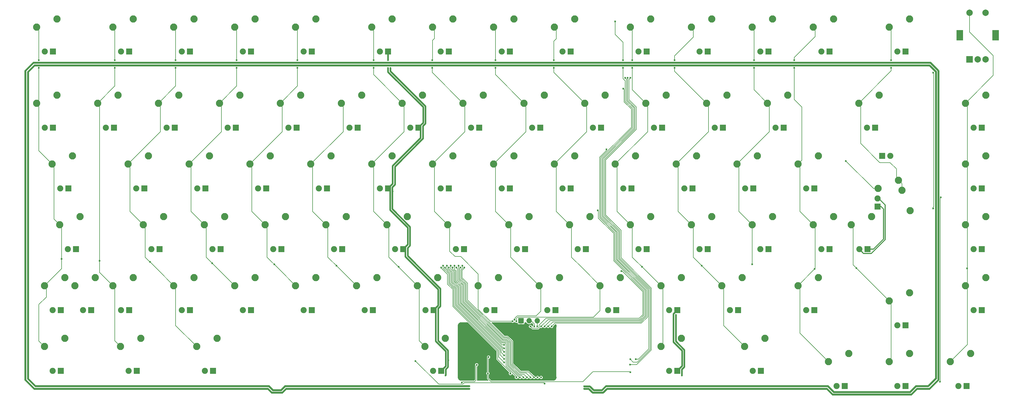
<source format=gbr>
G04 #@! TF.GenerationSoftware,KiCad,Pcbnew,(5.1.7)-1*
G04 #@! TF.CreationDate,2020-11-05T17:31:16+01:00*
G04 #@! TF.ProjectId,isometria-75-pcb-ml,69736f6d-6574-4726-9961-2d37352d7063,rev?*
G04 #@! TF.SameCoordinates,Original*
G04 #@! TF.FileFunction,Copper,L1,Top*
G04 #@! TF.FilePolarity,Positive*
%FSLAX46Y46*%
G04 Gerber Fmt 4.6, Leading zero omitted, Abs format (unit mm)*
G04 Created by KiCad (PCBNEW (5.1.7)-1) date 2020-11-05 17:31:16*
%MOMM*%
%LPD*%
G01*
G04 APERTURE LIST*
G04 #@! TA.AperFunction,ComponentPad*
%ADD10C,2.250000*%
G04 #@! TD*
G04 #@! TA.AperFunction,ComponentPad*
%ADD11C,1.905000*%
G04 #@! TD*
G04 #@! TA.AperFunction,ComponentPad*
%ADD12R,1.905000X1.905000*%
G04 #@! TD*
G04 #@! TA.AperFunction,ComponentPad*
%ADD13R,1.700000X1.700000*%
G04 #@! TD*
G04 #@! TA.AperFunction,ComponentPad*
%ADD14O,1.700000X1.700000*%
G04 #@! TD*
G04 #@! TA.AperFunction,ComponentPad*
%ADD15C,2.000000*%
G04 #@! TD*
G04 #@! TA.AperFunction,ComponentPad*
%ADD16R,2.000000X3.200000*%
G04 #@! TD*
G04 #@! TA.AperFunction,ComponentPad*
%ADD17R,2.000000X2.000000*%
G04 #@! TD*
G04 #@! TA.AperFunction,ViaPad*
%ADD18C,0.600000*%
G04 #@! TD*
G04 #@! TA.AperFunction,Conductor*
%ADD19C,0.600000*%
G04 #@! TD*
G04 #@! TA.AperFunction,Conductor*
%ADD20C,0.190000*%
G04 #@! TD*
G04 #@! TA.AperFunction,Conductor*
%ADD21C,0.300000*%
G04 #@! TD*
G04 #@! TA.AperFunction,Conductor*
%ADD22C,0.500000*%
G04 #@! TD*
G04 #@! TA.AperFunction,Conductor*
%ADD23C,0.100000*%
G04 #@! TD*
G04 APERTURE END LIST*
D10*
X164040000Y-37670000D03*
X157690000Y-40210000D03*
D11*
X160230000Y-47830000D03*
D12*
X162770000Y-47830000D03*
D10*
X123665000Y-94670000D03*
X117315000Y-97210000D03*
D11*
X119855000Y-104830000D03*
D12*
X122395000Y-104830000D03*
D10*
X168790000Y-56670000D03*
X162440000Y-59210000D03*
D11*
X164980000Y-66830000D03*
D12*
X167520000Y-66830000D03*
D13*
X147290000Y-89180000D03*
D14*
X149830000Y-89180000D03*
X152370000Y-89180000D03*
D10*
X178290000Y-75670000D03*
X171940000Y-78210000D03*
D11*
X174480000Y-85830000D03*
D12*
X177020000Y-85830000D03*
D10*
X64290000Y5080000D03*
X57940000Y2540000D03*
D11*
X60480000Y-5080000D03*
D12*
X63020000Y-5080000D03*
D10*
X2540000Y5080000D03*
X-3810000Y2540000D03*
D11*
X-1270000Y-5080000D03*
D12*
X1270000Y-5080000D03*
D10*
X268540000Y-99420000D03*
X262190000Y-101960000D03*
D11*
X264730000Y-109580000D03*
D12*
X267270000Y-109580000D03*
D10*
X287540000Y-99420000D03*
X281190000Y-101960000D03*
D11*
X283730000Y-109580000D03*
D12*
X286270000Y-109580000D03*
D10*
X4915000Y-94670000D03*
X-1435000Y-97210000D03*
D11*
X1105000Y-104830000D03*
D12*
X3645000Y-104830000D03*
X258545000Y-53520000D03*
D11*
X258545000Y-50980000D03*
D10*
X266165000Y-48440000D03*
X268705000Y-54790000D03*
D12*
X13145000Y-85830000D03*
D11*
X10605000Y-85830000D03*
D10*
X8065000Y-78210000D03*
X14415000Y-75670000D03*
D12*
X255395000Y-66830000D03*
D11*
X252855000Y-66830000D03*
D10*
X250315000Y-59210000D03*
X256665000Y-56670000D03*
D12*
X259980000Y-37670000D03*
D11*
X262520000Y-37670000D03*
D10*
X265060000Y-45290000D03*
X258710000Y-47830000D03*
X111790000Y-56670000D03*
X105440000Y-59210000D03*
D11*
X107980000Y-66830000D03*
D12*
X110520000Y-66830000D03*
D10*
X197290000Y-94670000D03*
X190940000Y-97210000D03*
D11*
X193480000Y-104830000D03*
D12*
X196020000Y-104830000D03*
D10*
X7290000Y-37670000D03*
X940000Y-40210000D03*
D11*
X3480000Y-47830000D03*
D12*
X6020000Y-47830000D03*
D10*
X230540000Y-18670000D03*
X224190000Y-21210000D03*
D11*
X226730000Y-28830000D03*
D12*
X229270000Y-28830000D03*
D10*
X211540000Y-18670000D03*
X205190000Y-21210000D03*
D11*
X207730000Y-28830000D03*
D12*
X210270000Y-28830000D03*
D10*
X116540000Y-18670000D03*
X110190000Y-21210000D03*
D11*
X112730000Y-28830000D03*
D12*
X115270000Y-28830000D03*
D10*
X225790000Y5080000D03*
X219440000Y2540000D03*
D11*
X221980000Y-5080000D03*
D12*
X224520000Y-5080000D03*
D10*
X244790000Y5080000D03*
X238440000Y2540000D03*
D11*
X240980000Y-5080000D03*
D12*
X243520000Y-5080000D03*
D10*
X206790000Y5080000D03*
X200440000Y2540000D03*
D11*
X202980000Y-5080000D03*
D12*
X205520000Y-5080000D03*
D10*
X145040000Y5080000D03*
X138690000Y2540000D03*
D11*
X141230000Y-5080000D03*
D12*
X143770000Y-5080000D03*
D10*
X31040000Y-37670000D03*
X24690000Y-40210000D03*
D11*
X27230000Y-47830000D03*
D12*
X29770000Y-47830000D03*
D10*
X50040000Y-37670000D03*
X43690000Y-40210000D03*
D11*
X46230000Y-47830000D03*
D12*
X48770000Y-47830000D03*
D10*
X183040000Y-37670000D03*
X176690000Y-40210000D03*
D11*
X179230000Y-47830000D03*
D12*
X181770000Y-47830000D03*
D10*
X221040000Y-37670000D03*
X214690000Y-40210000D03*
D11*
X217230000Y-47830000D03*
D12*
X219770000Y-47830000D03*
D10*
X240040000Y-37670000D03*
X233690000Y-40210000D03*
D11*
X236230000Y-47830000D03*
D12*
X238770000Y-47830000D03*
D10*
X97540000Y-18670000D03*
X91190000Y-21210000D03*
D11*
X93730000Y-28830000D03*
D12*
X96270000Y-28830000D03*
D10*
X135540000Y-18670000D03*
X129190000Y-21210000D03*
D11*
X131730000Y-28830000D03*
D12*
X134270000Y-28830000D03*
D10*
X154540000Y-18670000D03*
X148190000Y-21210000D03*
D11*
X150730000Y-28830000D03*
D12*
X153270000Y-28830000D03*
D10*
X173540000Y-18670000D03*
X167190000Y-21210000D03*
D11*
X169730000Y-28830000D03*
D12*
X172270000Y-28830000D03*
D10*
X292290000Y-18670000D03*
X285940000Y-21210000D03*
D11*
X288480000Y-28830000D03*
D12*
X291020000Y-28830000D03*
D10*
X292290000Y-37670000D03*
X285940000Y-40210000D03*
D11*
X288480000Y-47830000D03*
D12*
X291020000Y-47830000D03*
D10*
X292290000Y-56670000D03*
X285940000Y-59210000D03*
D11*
X288480000Y-66830000D03*
D12*
X291020000Y-66830000D03*
D10*
X292290000Y-75670000D03*
X285940000Y-78210000D03*
D11*
X288480000Y-85830000D03*
D12*
X291020000Y-85830000D03*
D10*
X26290000Y5080000D03*
X19940000Y2540000D03*
D11*
X22480000Y-5080000D03*
D12*
X25020000Y-5080000D03*
D10*
X40540000Y-18670000D03*
X34190000Y-21210000D03*
D11*
X36730000Y-28830000D03*
D12*
X39270000Y-28830000D03*
D10*
X88040000Y-37670000D03*
X81690000Y-40210000D03*
D11*
X84230000Y-47830000D03*
D12*
X86770000Y-47830000D03*
D10*
X64290000Y-75670000D03*
X57940000Y-78210000D03*
D11*
X60480000Y-85830000D03*
D12*
X63020000Y-85830000D03*
D10*
X130790000Y-56670000D03*
X124440000Y-59210000D03*
D11*
X126980000Y-66830000D03*
D12*
X129520000Y-66830000D03*
D10*
X21540000Y-18670000D03*
X15190000Y-21210000D03*
D11*
X17730000Y-28830000D03*
D12*
X20270000Y-28830000D03*
D10*
X59540000Y-18670000D03*
X53190000Y-21210000D03*
D11*
X55730000Y-28830000D03*
D12*
X58270000Y-28830000D03*
D10*
X78540000Y-18670000D03*
X72190000Y-21210000D03*
D11*
X74730000Y-28830000D03*
D12*
X77270000Y-28830000D03*
D10*
X259040000Y-18670000D03*
X252690000Y-21210000D03*
D11*
X255230000Y-28830000D03*
D12*
X257770000Y-28830000D03*
D10*
X187790000Y5080000D03*
X181440000Y2540000D03*
D11*
X183980000Y-5080000D03*
D12*
X186520000Y-5080000D03*
D10*
X164040000Y5080000D03*
X157690000Y2540000D03*
D11*
X160230000Y-5080000D03*
D12*
X162770000Y-5080000D03*
D10*
X83290000Y5080000D03*
X76940000Y2540000D03*
D11*
X79480000Y-5080000D03*
D12*
X82020000Y-5080000D03*
D10*
X268540000Y5080000D03*
X262190000Y2540000D03*
D11*
X264730000Y-5080000D03*
D12*
X267270000Y-5080000D03*
D15*
X292250000Y7000000D03*
X287250000Y7000000D03*
D16*
X295350000Y0D03*
X284150000Y0D03*
D15*
X292250000Y-7500000D03*
X289750000Y-7500000D03*
D17*
X287250000Y-7500000D03*
D10*
X54790000Y-56670000D03*
X48440000Y-59210000D03*
D11*
X50980000Y-66830000D03*
D12*
X53520000Y-66830000D03*
D10*
X268540000Y-80420000D03*
X262190000Y-82960000D03*
D11*
X264730000Y-90580000D03*
D12*
X267270000Y-90580000D03*
D10*
X249540000Y-99420000D03*
X243190000Y-101960000D03*
D11*
X245730000Y-109580000D03*
D12*
X248270000Y-109580000D03*
D10*
X240040000Y-75670000D03*
X233690000Y-78210000D03*
D11*
X236230000Y-85830000D03*
D12*
X238770000Y-85830000D03*
D10*
X244790000Y-56670000D03*
X238440000Y-59210000D03*
D11*
X240980000Y-66830000D03*
D12*
X243520000Y-66830000D03*
D10*
X225790000Y-56670000D03*
X219440000Y-59210000D03*
D11*
X221980000Y-66830000D03*
D12*
X224520000Y-66830000D03*
D10*
X223415000Y-94670000D03*
X217065000Y-97210000D03*
D11*
X219605000Y-104830000D03*
D12*
X222145000Y-104830000D03*
D10*
X216290000Y-75670000D03*
X209940000Y-78210000D03*
D11*
X212480000Y-85830000D03*
D12*
X215020000Y-85830000D03*
D10*
X206790000Y-56670000D03*
X200440000Y-59210000D03*
D11*
X202980000Y-66830000D03*
D12*
X205520000Y-66830000D03*
D10*
X202040000Y-37670000D03*
X195690000Y-40210000D03*
D11*
X198230000Y-47830000D03*
D12*
X200770000Y-47830000D03*
D10*
X197290000Y-75670000D03*
X190940000Y-78210000D03*
D11*
X193480000Y-85830000D03*
D12*
X196020000Y-85830000D03*
D10*
X187790000Y-56670000D03*
X181440000Y-59210000D03*
D11*
X183980000Y-66830000D03*
D12*
X186520000Y-66830000D03*
D10*
X192540000Y-18670000D03*
X186190000Y-21210000D03*
D11*
X188730000Y-28830000D03*
D12*
X191270000Y-28830000D03*
D10*
X159290000Y-75670000D03*
X152940000Y-78210000D03*
D11*
X155480000Y-85830000D03*
D12*
X158020000Y-85830000D03*
D10*
X149790000Y-56670000D03*
X143440000Y-59210000D03*
D11*
X145980000Y-66830000D03*
D12*
X148520000Y-66830000D03*
D10*
X145040000Y-37670000D03*
X138690000Y-40210000D03*
D11*
X141230000Y-47830000D03*
D12*
X143770000Y-47830000D03*
D10*
X140290000Y-75670000D03*
X133940000Y-78210000D03*
D11*
X136480000Y-85830000D03*
D12*
X139020000Y-85830000D03*
D10*
X126040000Y-37670000D03*
X119690000Y-40210000D03*
D11*
X122230000Y-47830000D03*
D12*
X124770000Y-47830000D03*
D10*
X126040000Y5080000D03*
X119690000Y2540000D03*
D11*
X122230000Y-5080000D03*
D12*
X124770000Y-5080000D03*
D10*
X121290000Y-75670000D03*
X114940000Y-78210000D03*
D11*
X117480000Y-85830000D03*
D12*
X120020000Y-85830000D03*
D10*
X107040000Y-37670000D03*
X100690000Y-40210000D03*
D11*
X103230000Y-47830000D03*
D12*
X105770000Y-47830000D03*
D10*
X107040000Y5080000D03*
X100690000Y2540000D03*
D11*
X103230000Y-5080000D03*
D12*
X105770000Y-5080000D03*
D10*
X102290000Y-75670000D03*
X95940000Y-78210000D03*
D11*
X98480000Y-85830000D03*
D12*
X101020000Y-85830000D03*
D10*
X92790000Y-56670000D03*
X86440000Y-59210000D03*
D11*
X88980000Y-66830000D03*
D12*
X91520000Y-66830000D03*
D10*
X83290000Y-75670000D03*
X76940000Y-78210000D03*
D11*
X79480000Y-85830000D03*
D12*
X82020000Y-85830000D03*
D10*
X73790000Y-56670000D03*
X67440000Y-59210000D03*
D11*
X69980000Y-66830000D03*
D12*
X72520000Y-66830000D03*
D10*
X69040000Y-37670000D03*
X62690000Y-40210000D03*
D11*
X65230000Y-47830000D03*
D12*
X67770000Y-47830000D03*
D10*
X52415000Y-94670000D03*
X46065000Y-97210000D03*
D11*
X48605000Y-104830000D03*
D12*
X51145000Y-104830000D03*
D10*
X45290000Y-75670000D03*
X38940000Y-78210000D03*
D11*
X41480000Y-85830000D03*
D12*
X44020000Y-85830000D03*
D10*
X35790000Y-56670000D03*
X29440000Y-59210000D03*
D11*
X31980000Y-66830000D03*
D12*
X34520000Y-66830000D03*
D10*
X45290000Y5080000D03*
X38940000Y2540000D03*
D11*
X41480000Y-5080000D03*
D12*
X44020000Y-5080000D03*
D10*
X28665000Y-94670000D03*
X22315000Y-97210000D03*
D11*
X24855000Y-104830000D03*
D12*
X27395000Y-104830000D03*
D10*
X26290000Y-75670000D03*
X19940000Y-78210000D03*
D11*
X22480000Y-85830000D03*
D12*
X25020000Y-85830000D03*
D10*
X4915000Y-75670000D03*
X-1435000Y-78210000D03*
D11*
X1105000Y-85830000D03*
D12*
X3645000Y-85830000D03*
D10*
X9665000Y-56670000D03*
X3315000Y-59210000D03*
D11*
X5855000Y-66830000D03*
D12*
X8395000Y-66830000D03*
D10*
X2540000Y-18670000D03*
X-3810000Y-21210000D03*
D11*
X-1270000Y-28830000D03*
D12*
X1270000Y-28830000D03*
D18*
X271582000Y-109587000D03*
X82205356Y-9357000D03*
X167004268Y-109599000D03*
X206950890Y-109587000D03*
X231831750Y-109587000D03*
X233866068Y-9357000D03*
X195950890Y-9357000D03*
X158035712Y-9357000D03*
X44290178Y-9357000D03*
X6375000Y-9357000D03*
X157950000Y-93520000D03*
X157950000Y-104320000D03*
X157950000Y-94600000D03*
X157950000Y-95680000D03*
X157950000Y-96760000D03*
X157950000Y-97840000D03*
X157950000Y-98920000D03*
X157950000Y-100000000D03*
X157950000Y-101080000D03*
X157950000Y-102160000D03*
X157950000Y-103240000D03*
X271781250Y-9357000D03*
X276701250Y-52578000D03*
X-6590000Y-52818000D03*
X131120534Y-109587000D03*
X93205356Y-109587000D03*
X55290178Y-109587000D03*
X17375000Y-109587000D03*
X120120534Y-9357000D03*
X180590000Y-13325010D03*
X181380000Y-101175000D03*
X130500000Y-90970000D03*
X129000000Y-90970000D03*
X130500000Y-92470000D03*
X129000000Y-97970000D03*
X130500000Y-97970000D03*
X129000000Y-101470000D03*
X130500000Y-101470000D03*
X128710000Y-107470000D03*
X132390000Y-107470000D03*
X135100000Y-107470000D03*
X135000000Y-104470000D03*
X134000000Y-104470000D03*
X135000000Y-103470000D03*
X138800000Y-107470000D03*
X150800000Y-107470000D03*
X147500000Y-107470000D03*
X138800000Y-104720000D03*
X139000000Y-90070000D03*
X144000000Y-90070000D03*
X143800000Y-92170000D03*
X144750000Y-90870000D03*
X144750000Y-93570000D03*
X130700000Y-94870000D03*
X135300000Y-94870000D03*
X136950000Y-105620000D03*
X181380000Y-105254989D03*
X137155000Y-100520009D03*
X181390000Y-13325010D03*
X181355000Y-102900000D03*
X179790000Y-13325010D03*
X183105000Y-101175000D03*
X126575076Y-71955000D03*
X286510076Y-72850000D03*
X145850000Y-106870000D03*
X105780000Y-10275000D03*
X105770000Y-7777000D03*
X114383260Y-101796740D03*
X154650000Y-108765000D03*
X123720000Y-106260000D03*
X111942501Y-68222501D03*
X195600000Y-87330761D03*
X197450000Y-106220000D03*
X107212502Y-48780000D03*
X116710000Y-29894899D03*
X106570003Y-10275000D03*
X124590000Y-101540011D03*
X121472501Y-87042501D03*
X248650000Y-39250000D03*
X275911250Y-54085000D03*
X275911250Y-11714970D03*
X278281250Y-50660000D03*
X278022610Y-108192610D03*
X133450000Y-102920000D03*
X128850000Y-108411466D03*
X176696734Y4315429D03*
X179150000Y-7777000D03*
X179150000Y-10147000D03*
X156849996Y-90945010D03*
X179224990Y-16650000D03*
X155750000Y-90950000D03*
X173973928Y-35673928D03*
X154650000Y-90950000D03*
X171214970Y-54650000D03*
X153550000Y-90950000D03*
X150250000Y-90950000D03*
X178599090Y-73670910D03*
X-3216250Y-7777000D03*
X-3216250Y-10147000D03*
X125980000Y-72550000D03*
X142050011Y-96720000D03*
X3908750Y-69871250D03*
X20533750Y-7777000D03*
X20533750Y-10147000D03*
X125385000Y-71955000D03*
X142050000Y-97820000D03*
X15783750Y-70416250D03*
X39533750Y-7777000D03*
X39533750Y-10147000D03*
X124790000Y-72550000D03*
X142050000Y-98920000D03*
X31525000Y-70795000D03*
X58533750Y-7777000D03*
X58533750Y-10147000D03*
X124195000Y-71955000D03*
X142050000Y-100020000D03*
X50905000Y-71175000D03*
X142050000Y-101120000D03*
X77533750Y-7777000D03*
X77533750Y-10147000D03*
X123607373Y-72542627D03*
X70285000Y-71555000D03*
X143950000Y-105670000D03*
X101283750Y-7777000D03*
X101283750Y-10147000D03*
X122410076Y-72550000D03*
X109055000Y-72325000D03*
X119554715Y-7777000D03*
X119554715Y-10147000D03*
X144660099Y-89327232D03*
X145240601Y-88791123D03*
X139283750Y-7777000D03*
X139283742Y-10147000D03*
X157533293Y-10147000D03*
X157533293Y-7777000D03*
X145830110Y-89318658D03*
X129550076Y-72550000D03*
X151350000Y-106870000D03*
X182033750Y-7777000D03*
X182033750Y-10147000D03*
X185065000Y-72335000D03*
X128955076Y-71955000D03*
X150250000Y-106870000D03*
X195194293Y-7777000D03*
X195194293Y-10147000D03*
X203680000Y-71950000D03*
X128360076Y-72550000D03*
X149150000Y-106870000D03*
X220033750Y-7777000D03*
X220033750Y-10147000D03*
X219450000Y-71565032D03*
X127765076Y-71955000D03*
X148050000Y-106870000D03*
X232502500Y-7777000D03*
X232502500Y-10147000D03*
X238892538Y-73007462D03*
X127170076Y-72550000D03*
X146950000Y-106870000D03*
X262783750Y-7777000D03*
X262783750Y-10147000D03*
X251910076Y-72729998D03*
X142050000Y-102220000D03*
X123005000Y-71955000D03*
X89665000Y-71935000D03*
X151420000Y-90945010D03*
X152370000Y-90945010D03*
X271582000Y-110377000D03*
X82205356Y-8567000D03*
X167004268Y-110389000D03*
X206950890Y-110377000D03*
X231831750Y-110377000D03*
X233866068Y-8567000D03*
X195950890Y-8567000D03*
X6375000Y-8567000D03*
X271781250Y-8567000D03*
X277491250Y-51843000D03*
X93205356Y-110377000D03*
X131120534Y-110377000D03*
X17375000Y-110377000D03*
X55290178Y-110377000D03*
X44290178Y-8567000D03*
X158035712Y-8567000D03*
X-7380010Y-52178000D03*
X120120534Y-8567000D03*
X153550000Y-106870000D03*
X152450000Y-106870000D03*
D19*
X131120534Y-109587000D02*
X93205356Y-109587000D01*
X69840000Y-110787000D02*
X68640000Y-109587000D01*
X72440000Y-110787000D02*
X69840000Y-110787000D01*
X73640000Y-109587000D02*
X72440000Y-110787000D01*
X68640000Y-109587000D02*
X55290178Y-109587000D01*
X93205356Y-109587000D02*
X73640000Y-109587000D01*
X55290178Y-109587000D02*
X17375000Y-109587000D01*
X6375000Y-9357000D02*
X-4559010Y-9357000D01*
X-6590000Y-11387990D02*
X-6590000Y-52818000D01*
X-4559010Y-9357000D02*
X-6590000Y-11387990D01*
X6375000Y-9357000D02*
X44290178Y-9357000D01*
X44290178Y-9357000D02*
X82205356Y-9357000D01*
X158035712Y-9357000D02*
X195950890Y-9357000D01*
X195950890Y-9357000D02*
X233866068Y-9357000D01*
X233866068Y-9357000D02*
X271781250Y-9357000D01*
X276701250Y-52578000D02*
X276701250Y-11376502D01*
X274681748Y-9357000D02*
X271781250Y-9357000D01*
X276701250Y-11376502D02*
X274681748Y-9357000D01*
X276701250Y-107196740D02*
X276701250Y-52578000D01*
X274310990Y-109587000D02*
X276701250Y-107196740D01*
X271582000Y-109587000D02*
X274310990Y-109587000D01*
X243028990Y-109587000D02*
X231831750Y-109587000D01*
X268659990Y-111378000D02*
X244819990Y-111378000D01*
X270450990Y-109587000D02*
X268659990Y-111378000D01*
X244819990Y-111378000D02*
X243028990Y-109587000D01*
X271582000Y-109587000D02*
X270450990Y-109587000D01*
X231831750Y-109587000D02*
X206950890Y-109587000D01*
X172549990Y-110808000D02*
X173770990Y-109587000D01*
X173770990Y-109587000D02*
X206950890Y-109587000D01*
X169939990Y-110808000D02*
X172549990Y-110808000D01*
X168730990Y-109599000D02*
X169939990Y-110808000D01*
X167004268Y-109599000D02*
X168730990Y-109599000D01*
X-6590000Y-107238010D02*
X-6590000Y-52818000D01*
X-4241010Y-109587000D02*
X-6590000Y-107238010D01*
X17375000Y-109587000D02*
X-4241010Y-109587000D01*
X120120534Y-9357000D02*
X82205356Y-9357000D01*
X120120534Y-9357000D02*
X158035712Y-9357000D01*
D20*
X147290000Y-89180000D02*
X147290000Y-90450000D01*
X180590000Y-13325010D02*
X180590000Y-13749274D01*
X183582416Y-102075000D02*
X182280000Y-102075000D01*
X180590033Y-13749307D02*
X180590033Y-20317785D01*
X180590033Y-20317785D02*
X182840031Y-22567787D01*
X182840031Y-22567787D02*
X182840030Y-29247389D01*
X173320055Y-38767364D02*
X173320055Y-56327460D01*
X187559993Y-79117405D02*
X187559991Y-98097424D01*
X182840030Y-29247389D02*
X173320055Y-38767364D01*
X180590000Y-13749274D02*
X180590033Y-13749307D01*
X173320055Y-56327460D02*
X178109995Y-61117400D01*
X178109995Y-69667402D02*
X187559993Y-79117405D01*
X182280000Y-102075000D02*
X181380000Y-101175000D01*
X178109995Y-61117400D02*
X178109995Y-69667402D01*
X187559991Y-98097424D02*
X183582416Y-102075000D01*
X136950000Y-105620000D02*
X136950000Y-100725009D01*
X136950000Y-100725009D02*
X137155000Y-100520009D01*
X169690000Y-105060000D02*
X181185011Y-105060000D01*
X166570000Y-108180000D02*
X169690000Y-105060000D01*
X181185011Y-105060000D02*
X181380000Y-105254989D01*
X137935000Y-108180000D02*
X166570000Y-108180000D01*
X136950000Y-107195000D02*
X137935000Y-108180000D01*
X136950000Y-105620000D02*
X136950000Y-107195000D01*
X183305000Y-102900000D02*
X181355000Y-102900000D01*
X187940003Y-78960001D02*
X187940000Y-98265000D01*
X178490006Y-69509998D02*
X187940003Y-78960001D01*
X187940000Y-98265000D02*
X183305000Y-102900000D01*
X178490006Y-60959995D02*
X178490006Y-69509998D01*
X183220040Y-29404795D02*
X173700066Y-38924769D01*
X173700066Y-56170055D02*
X178490006Y-60959995D01*
X183220041Y-22410041D02*
X183220040Y-29404795D01*
X180980000Y-20170000D02*
X183220041Y-22410041D01*
X173700066Y-38924769D02*
X173700066Y-56170055D01*
X180980000Y-13770000D02*
X180980000Y-20170000D01*
X181390000Y-13360000D02*
X180980000Y-13770000D01*
X181390000Y-13325010D02*
X181390000Y-13360000D01*
X187179982Y-97940018D02*
X183945000Y-101175000D01*
X187179982Y-79274810D02*
X187179982Y-97940018D01*
X177729984Y-69824807D02*
X187179982Y-79274810D01*
X172940044Y-56484865D02*
X177729984Y-61274805D01*
X177729984Y-61274805D02*
X177729984Y-69824807D01*
X172940044Y-38609959D02*
X172940044Y-56484865D01*
X182460020Y-29089983D02*
X172940044Y-38609959D01*
X183945000Y-101175000D02*
X183105000Y-101175000D01*
X182460021Y-22725191D02*
X182460020Y-29089983D01*
X180210022Y-20475190D02*
X182460021Y-22725191D01*
X180210022Y-13780022D02*
X180210022Y-20475190D01*
X179790000Y-13360000D02*
X180210022Y-13780022D01*
X179790000Y-13325010D02*
X179790000Y-13360000D01*
X294585712Y-12564288D02*
X285940000Y-21210000D01*
X294585712Y-6350000D02*
X294585712Y-12564288D01*
X287250000Y985712D02*
X294585712Y-6350000D01*
X287250000Y7000000D02*
X287250000Y985712D01*
X286533750Y-96616250D02*
X281190000Y-101960000D01*
X286533750Y-78803750D02*
X286533750Y-96616250D01*
X285940000Y-78210000D02*
X286533750Y-78803750D01*
X286533750Y-77616250D02*
X285940000Y-78210000D01*
X285940000Y-59210000D02*
X286533750Y-59803750D01*
X286533750Y-58616250D02*
X285940000Y-59210000D01*
X286533750Y-40803750D02*
X286533750Y-58616250D01*
X285940000Y-40210000D02*
X286533750Y-40803750D01*
X286533750Y-39616250D02*
X285940000Y-40210000D01*
X286533750Y-21803750D02*
X286533750Y-39616250D01*
X285940000Y-21210000D02*
X286533750Y-21803750D01*
X286533750Y-72826326D02*
X286510076Y-72850000D01*
X286533750Y-72773674D02*
X286533750Y-72826326D01*
X286533750Y-59803750D02*
X286533750Y-72773674D01*
X286533750Y-72773674D02*
X286533750Y-77616250D01*
X127000075Y-73538163D02*
X127000076Y-76590410D01*
X142635017Y-103362097D02*
X145850000Y-106577080D01*
X141251912Y-96120000D02*
X142315813Y-96120000D01*
X142635016Y-96439203D02*
X142635017Y-103362097D01*
X145850000Y-106577080D02*
X145850000Y-106870000D01*
X142315813Y-96120000D02*
X142635016Y-96439203D01*
X128660076Y-83528164D02*
X141251912Y-96120000D01*
X128660075Y-78250409D02*
X128660076Y-83528164D01*
X127000076Y-76590410D02*
X128660075Y-78250409D01*
X126575076Y-73113164D02*
X127000075Y-73538163D01*
X126575076Y-71955000D02*
X126575076Y-73113164D01*
D21*
X259650000Y-53520000D02*
X258545000Y-53520000D01*
X260420001Y-54290001D02*
X259650000Y-53520000D01*
X260420001Y-63629999D02*
X260420001Y-54290001D01*
X257220000Y-66830000D02*
X260420001Y-63629999D01*
X255395000Y-66830000D02*
X257220000Y-66830000D01*
D22*
X105770000Y-7777000D02*
X105770000Y-5080000D01*
X120730000Y-86540000D02*
X120020000Y-85830000D01*
X120730000Y-95610000D02*
X120730000Y-86540000D01*
X123850000Y-98730000D02*
X120730000Y-95610000D01*
X123850000Y-103375000D02*
X123850000Y-98730000D01*
X122395000Y-104830000D02*
X123850000Y-103375000D01*
X111190000Y-67500000D02*
X110520000Y-66830000D01*
X111190000Y-69145822D02*
X111190000Y-67500000D01*
X121479989Y-79435811D02*
X111190000Y-69145822D01*
X121479989Y-84370011D02*
X121479989Y-79435811D01*
X120020000Y-85830000D02*
X121479989Y-84370011D01*
X115970000Y-29530000D02*
X115270000Y-28830000D01*
X107269989Y-40764189D02*
X115970000Y-32064178D01*
X107269989Y-46370011D02*
X107269989Y-40764189D01*
X115970000Y-32064178D02*
X115970000Y-29530000D01*
X105810000Y-47830000D02*
X107269989Y-46370011D01*
X105770000Y-47830000D02*
X105810000Y-47830000D01*
X105780000Y-11470000D02*
X105780000Y-10275000D01*
X116769989Y-22459990D02*
X105780000Y-11470000D01*
X116769989Y-27310011D02*
X116769989Y-22459990D01*
X115270000Y-28810000D02*
X116769989Y-27310011D01*
X115270000Y-28830000D02*
X115270000Y-28810000D01*
X194849989Y-87000011D02*
X196020000Y-85830000D01*
X194849989Y-95819989D02*
X194849989Y-87000011D01*
X197570000Y-98540000D02*
X194849989Y-95819989D01*
X197570000Y-103320000D02*
X197570000Y-98540000D01*
X196060000Y-104830000D02*
X197570000Y-103320000D01*
X196020000Y-104830000D02*
X196060000Y-104830000D01*
X106470000Y-48530000D02*
X105770000Y-47830000D01*
X106470000Y-54590002D02*
X106470000Y-48530000D01*
X111999989Y-60119991D02*
X106470000Y-54590002D01*
X110570000Y-66830000D02*
X111999989Y-65400011D01*
X111999989Y-65400011D02*
X111999989Y-60119991D01*
X110520000Y-66830000D02*
X110570000Y-66830000D01*
D20*
X129567268Y-108560000D02*
X154445000Y-108560000D01*
X154445000Y-108560000D02*
X154650000Y-108765000D01*
X129130801Y-108996467D02*
X129567268Y-108560000D01*
X121582987Y-108996467D02*
X129130801Y-108996467D01*
X114383260Y-101796740D02*
X121582987Y-108996467D01*
D22*
X123720000Y-106202002D02*
X123720000Y-106260000D01*
X123787501Y-106134501D02*
X123720000Y-106202002D01*
X123787501Y-104413319D02*
X123787501Y-106134501D01*
X124540010Y-103660811D02*
X123787501Y-104413319D01*
X124540011Y-98444189D02*
X124540010Y-103660811D01*
X121472501Y-95376679D02*
X124540011Y-98444189D01*
X121472501Y-87222501D02*
X121472501Y-95376679D01*
X111942501Y-68922501D02*
X111942501Y-68222501D01*
X122170000Y-79150000D02*
X111942501Y-68922501D01*
X121472501Y-85367499D02*
X122170000Y-84670000D01*
X122170000Y-84670000D02*
X122170000Y-79150000D01*
X197450000Y-106220000D02*
X197450000Y-104430000D01*
X197450000Y-104430000D02*
X198260011Y-103619989D01*
X198260011Y-103619989D02*
X198260011Y-98254189D01*
X198260011Y-98254189D02*
X195600000Y-95594178D01*
X195600000Y-95594178D02*
X195600000Y-87330761D01*
X116660008Y-32349992D02*
X116710010Y-32299990D01*
X111942501Y-68222501D02*
X111942501Y-66437499D01*
X112690000Y-65690000D02*
X112690000Y-59834180D01*
X107960000Y-46660000D02*
X107960000Y-41055820D01*
X107162501Y-54306681D02*
X107162501Y-47457499D01*
X116660008Y-32355812D02*
X116660008Y-32349992D01*
X112690000Y-59834180D02*
X107162501Y-54306681D01*
X111942501Y-66437499D02*
X112690000Y-65690000D01*
X107960000Y-41055820D02*
X116660008Y-32355812D01*
X107162501Y-47457499D02*
X107960000Y-46660000D01*
X116710010Y-32299990D02*
X116710010Y-30222501D01*
X116710010Y-30222501D02*
X116710010Y-28349990D01*
X116710010Y-28349990D02*
X117460000Y-27600000D01*
X117460000Y-22174179D02*
X106570003Y-11284182D01*
X117460000Y-27600000D02*
X117460000Y-22174179D01*
X106570003Y-11284182D02*
X106570003Y-10275000D01*
X121472501Y-87042501D02*
X121472501Y-85367499D01*
X121472501Y-87222501D02*
X121472501Y-87042501D01*
D21*
X258860000Y-50980000D02*
X258545000Y-50980000D01*
X260910012Y-53030012D02*
X258860000Y-50980000D01*
X260910012Y-63832968D02*
X260910012Y-53030012D01*
X256620479Y-68122501D02*
X260910012Y-63832968D01*
X254147501Y-68122501D02*
X256620479Y-68122501D01*
X252855000Y-66830000D02*
X254147501Y-68122501D01*
D20*
X257230000Y-47830000D02*
X248650000Y-39250000D01*
X258710000Y-47830000D02*
X257230000Y-47830000D01*
X276090000Y-53481986D02*
X276090000Y-11893720D01*
X276090000Y-11893720D02*
X275911250Y-11714970D01*
X275911250Y-53660736D02*
X276090000Y-53481986D01*
X275911250Y-54085000D02*
X275911250Y-53660736D01*
X278076260Y-108138960D02*
X278022610Y-108192610D01*
X278076260Y-50864990D02*
X278076260Y-108138960D01*
X278281250Y-50660000D02*
X278076260Y-50864990D01*
X129101466Y-108160000D02*
X128850000Y-108411466D01*
X133264999Y-107695001D02*
X132800000Y-108160000D01*
X132800000Y-108160000D02*
X129101466Y-108160000D01*
X133264999Y-103105001D02*
X133264999Y-107695001D01*
X133450000Y-102920000D02*
X133264999Y-103105001D01*
X179150000Y-2200000D02*
X179150000Y-7777000D01*
X176696734Y253266D02*
X179150000Y-2200000D01*
X176696734Y4315429D02*
X176696734Y253266D01*
X179830011Y-14200011D02*
X179830011Y-20632595D01*
X157865002Y-89930004D02*
X156849996Y-90945010D01*
X186799972Y-87939692D02*
X184809660Y-89930004D01*
X186799972Y-79432216D02*
X186799972Y-87939692D01*
X177349973Y-61432210D02*
X177349973Y-69982212D01*
X172560033Y-38452554D02*
X172560033Y-56642270D01*
X182080011Y-22882595D02*
X182080010Y-28932577D01*
X172560033Y-56642270D02*
X177349973Y-61432210D01*
X179150000Y-10147000D02*
X179150000Y-13520000D01*
X179830011Y-20632595D02*
X182080011Y-22882595D01*
X179150000Y-13520000D02*
X179830011Y-14200011D01*
X184809660Y-89930004D02*
X157865002Y-89930004D01*
X182080010Y-28932577D02*
X172560033Y-38452554D01*
X177349973Y-69982212D02*
X186799972Y-79432216D01*
X184652255Y-89549993D02*
X157150007Y-89549993D01*
X186419959Y-87782289D02*
X184652255Y-89549993D01*
X176969962Y-70139617D02*
X186419961Y-79589621D01*
X186419961Y-79589621D02*
X186419959Y-87782289D01*
X172180022Y-38295149D02*
X172180023Y-56799676D01*
X181700000Y-28775171D02*
X172180022Y-38295149D01*
X176969962Y-61589615D02*
X176969962Y-70139617D01*
X172180023Y-56799676D02*
X176969962Y-61589615D01*
X181700000Y-23040000D02*
X181700000Y-28775171D01*
X157150007Y-89549993D02*
X155750000Y-90950000D01*
X179450000Y-16875010D02*
X179450000Y-20790000D01*
X179450000Y-20790000D02*
X181700000Y-23040000D01*
X179224990Y-16650000D02*
X179450000Y-16875010D01*
X156430018Y-89169982D02*
X154650000Y-90950000D01*
X184494850Y-89169982D02*
X156430018Y-89169982D01*
X186039949Y-87624883D02*
X184494850Y-89169982D01*
X186039950Y-79747026D02*
X186039949Y-87624883D01*
X176589951Y-70297022D02*
X186039950Y-79747026D01*
X176589951Y-61747020D02*
X176589951Y-70297022D01*
X171800011Y-56957080D02*
X176589951Y-61747020D01*
X171800011Y-38129989D02*
X171800011Y-56957080D01*
X173973928Y-35956072D02*
X171800011Y-38129989D01*
X173973928Y-35673928D02*
X173973928Y-35956072D01*
X155710029Y-88789971D02*
X153550000Y-90950000D01*
X184337445Y-88789971D02*
X155710029Y-88789971D01*
X185659939Y-79904431D02*
X185659939Y-87467477D01*
X176209940Y-61904425D02*
X176209940Y-70454427D01*
X185659939Y-87467477D02*
X184337445Y-88789971D01*
X171420000Y-57114485D02*
X176209940Y-61904425D01*
X171420000Y-54855030D02*
X171420000Y-57114485D01*
X176209940Y-70454427D02*
X185659939Y-79904431D01*
X171214970Y-54650000D02*
X171420000Y-54855030D01*
X185279928Y-80069928D02*
X178880910Y-73670910D01*
X185279928Y-87310072D02*
X185279928Y-80069928D01*
X184180040Y-88409960D02*
X185279928Y-87310072D01*
X155080040Y-88409960D02*
X184180040Y-88409960D01*
X152955001Y-90534999D02*
X155080040Y-88409960D01*
X152955001Y-91225811D02*
X152955001Y-90534999D01*
X152650801Y-91530011D02*
X152955001Y-91225811D01*
X150830011Y-91530011D02*
X152650801Y-91530011D01*
X178880910Y-73670910D02*
X178599090Y-73670910D01*
X150250000Y-90950000D02*
X150830011Y-91530011D01*
X-3216250Y-36053750D02*
X940000Y-40210000D01*
X-3216250Y-21803750D02*
X-3216250Y-36053750D01*
X-3810000Y-21210000D02*
X-3216250Y-21803750D01*
X-3810000Y2540000D02*
X-3216250Y1946250D01*
X-3216250Y1946250D02*
X-3216250Y-7777000D01*
X-3216250Y-20616250D02*
X-3216250Y-10147000D01*
X-3810000Y-21210000D02*
X-3216250Y-20616250D01*
X1533750Y-57428750D02*
X3315000Y-59210000D01*
X1533750Y-40803750D02*
X1533750Y-57428750D01*
X940000Y-40210000D02*
X1533750Y-40803750D01*
X3908750Y-72866250D02*
X-1435000Y-78210000D01*
X3315000Y-59210000D02*
X3908750Y-59803750D01*
X-3164288Y-95480712D02*
X-1435000Y-97210000D01*
X-3164288Y-84095538D02*
X-3164288Y-95480712D01*
X-841250Y-81772500D02*
X-3164288Y-84095538D01*
X-841250Y-78803750D02*
X-841250Y-81772500D01*
X-1435000Y-78210000D02*
X-841250Y-78803750D01*
X3908750Y-59803750D02*
X3908750Y-72361250D01*
X3908750Y-72361250D02*
X3908750Y-72866250D01*
X128280064Y-78407814D02*
X126620064Y-76747814D01*
X125980000Y-73055504D02*
X125980000Y-72550000D01*
X126620064Y-73695568D02*
X125980000Y-73055504D01*
X126620064Y-76747814D02*
X126620064Y-73695568D01*
X128280064Y-83685568D02*
X128280064Y-78407814D01*
X141314496Y-96720000D02*
X128280064Y-83685568D01*
X142050011Y-96720000D02*
X141314496Y-96720000D01*
X3908750Y-69871250D02*
X3908750Y-72361250D01*
X15783750Y-74053750D02*
X19940000Y-78210000D01*
X15190000Y-21210000D02*
X15783750Y-21803750D01*
X19940000Y2540000D02*
X20533750Y1946250D01*
X20533750Y1946250D02*
X20533750Y-7777000D01*
X20533750Y-15866250D02*
X20533750Y-10147000D01*
X15190000Y-21210000D02*
X20533750Y-15866250D01*
X20533750Y-95428750D02*
X22315000Y-97210000D01*
X20533750Y-78803750D02*
X20533750Y-95428750D01*
X19940000Y-78210000D02*
X20533750Y-78803750D01*
X15783750Y-21803750D02*
X15783750Y-73216250D01*
X15783750Y-73216250D02*
X15783750Y-74053750D01*
X126240053Y-73852973D02*
X126240053Y-76905219D01*
X141877080Y-97820000D02*
X142050000Y-97820000D01*
X127900053Y-78565219D02*
X127900053Y-83842973D01*
X127900053Y-83842973D02*
X141877080Y-97820000D01*
X126240053Y-76905219D02*
X127900053Y-78565219D01*
X125385000Y-72997920D02*
X126240053Y-73852973D01*
X125385000Y-71955000D02*
X125385000Y-72997920D01*
X15783750Y-70416250D02*
X15783750Y-73216250D01*
X34783750Y-30116250D02*
X24690000Y-40210000D01*
X34783750Y-21803750D02*
X34783750Y-30116250D01*
X34190000Y-21210000D02*
X34783750Y-21803750D01*
X39533750Y1946250D02*
X39533750Y-7777000D01*
X38940000Y2540000D02*
X39533750Y1946250D01*
X39533750Y-15866250D02*
X39533750Y-10147000D01*
X34190000Y-21210000D02*
X39533750Y-15866250D01*
X25283750Y-55053750D02*
X29440000Y-59210000D01*
X25283750Y-40803750D02*
X25283750Y-55053750D01*
X24690000Y-40210000D02*
X25283750Y-40803750D01*
X30033750Y-59803750D02*
X30033750Y-69303750D01*
X29440000Y-59210000D02*
X30033750Y-59803750D01*
X39533750Y-90678750D02*
X46065000Y-97210000D01*
X39533750Y-78803750D02*
X39533750Y-90678750D01*
X38940000Y-78210000D02*
X39533750Y-78803750D01*
X30033750Y-69303750D02*
X33900000Y-73170000D01*
X33900000Y-73170000D02*
X38940000Y-78210000D01*
X125860042Y-77062624D02*
X125860042Y-74010378D01*
X141480042Y-97960378D02*
X127520042Y-84000378D01*
X127520042Y-84000378D02*
X127520042Y-78722624D01*
X127520042Y-78722624D02*
X125860042Y-77062624D01*
X125860042Y-74010378D02*
X124790000Y-72940336D01*
X142050000Y-98920000D02*
X141480042Y-98350042D01*
X124790000Y-72940336D02*
X124790000Y-72550000D01*
X141480042Y-98350042D02*
X141480042Y-97960378D01*
X31525000Y-70795000D02*
X33900000Y-73170000D01*
X53783750Y-30116250D02*
X43690000Y-40210000D01*
X53783750Y-21803750D02*
X53783750Y-30116250D01*
X53190000Y-21210000D02*
X53783750Y-21803750D01*
X58533750Y1946250D02*
X58533750Y-7777000D01*
X57940000Y2540000D02*
X58533750Y1946250D01*
X58533750Y-15866250D02*
X58533750Y-10147000D01*
X53190000Y-21210000D02*
X58533750Y-15866250D01*
X44283750Y-55053750D02*
X48440000Y-59210000D01*
X44283750Y-40803750D02*
X44283750Y-55053750D01*
X43690000Y-40210000D02*
X44283750Y-40803750D01*
X49033750Y-59803750D02*
X49033750Y-69303750D01*
X48440000Y-59210000D02*
X49033750Y-59803750D01*
X49033750Y-69303750D02*
X52460000Y-72730000D01*
X52460000Y-72730000D02*
X57940000Y-78210000D01*
X127140032Y-78880030D02*
X125480033Y-77220031D01*
X141100032Y-98117784D02*
X127140033Y-84157785D01*
X125480033Y-77220031D02*
X125480032Y-74167784D01*
X124195000Y-72882752D02*
X124195000Y-71955000D01*
X125480032Y-74167784D02*
X124195000Y-72882752D01*
X142050000Y-100020000D02*
X141100033Y-99070033D01*
X141100033Y-99070033D02*
X141100032Y-98117784D01*
X127140033Y-84157785D02*
X127140032Y-78880030D01*
X50905000Y-71175000D02*
X52460000Y-72730000D01*
X72783750Y-30116250D02*
X62690000Y-40210000D01*
X72783750Y-21803750D02*
X72783750Y-30116250D01*
X72190000Y-21210000D02*
X72783750Y-21803750D01*
X77533750Y1946250D02*
X77533750Y-7777000D01*
X76940000Y2540000D02*
X77533750Y1946250D01*
X77533750Y-15866250D02*
X77533750Y-10147000D01*
X72190000Y-21210000D02*
X77533750Y-15866250D01*
X63283750Y-55053750D02*
X67440000Y-59210000D01*
X63283750Y-40803750D02*
X63283750Y-55053750D01*
X62690000Y-40210000D02*
X63283750Y-40803750D01*
X68033750Y-59803750D02*
X68033750Y-69303750D01*
X67440000Y-59210000D02*
X68033750Y-59803750D01*
X68033750Y-69303750D02*
X71905000Y-73175000D01*
X71905000Y-73175000D02*
X76940000Y-78210000D01*
X125100022Y-77377436D02*
X125100022Y-74325190D01*
X142050000Y-101120000D02*
X140720022Y-99790022D01*
X125100022Y-74325190D02*
X123607373Y-72832541D01*
X140720022Y-99790022D02*
X140720022Y-98275190D01*
X140720022Y-98275190D02*
X126760022Y-84315190D01*
X126760022Y-79037436D02*
X125100022Y-77377436D01*
X123607373Y-72832541D02*
X123607373Y-72542627D01*
X126760022Y-84315190D02*
X126760022Y-79037436D01*
X70285000Y-71555000D02*
X71905000Y-73175000D01*
X110783750Y-30116250D02*
X100690000Y-40210000D01*
X110783750Y-21803750D02*
X110783750Y-30116250D01*
X110190000Y-21210000D02*
X110783750Y-21803750D01*
X100690000Y2540000D02*
X101283750Y1946250D01*
X101283750Y1946250D02*
X101283750Y-7777000D01*
X101283750Y-12303750D02*
X101283750Y-10147000D01*
X110190000Y-21210000D02*
X101283750Y-12303750D01*
X101283750Y-55053750D02*
X105440000Y-59210000D01*
X101283750Y-40803750D02*
X101283750Y-55053750D01*
X100690000Y-40210000D02*
X101283750Y-40803750D01*
X106033750Y-59803750D02*
X106033750Y-69303750D01*
X105440000Y-59210000D02*
X106033750Y-59803750D01*
X115533750Y-95428750D02*
X117315000Y-97210000D01*
X114940000Y-78210000D02*
X115533750Y-78803750D01*
X115533750Y-78803750D02*
X115533750Y-95428750D01*
X106033750Y-69303750D02*
X109835000Y-73105000D01*
X109835000Y-73105000D02*
X114940000Y-78210000D01*
X143950000Y-105220000D02*
X143950000Y-105670000D01*
X139960000Y-101230000D02*
X143950000Y-105220000D01*
X139960000Y-98590000D02*
X139960000Y-101230000D01*
X126000000Y-84630000D02*
X139960000Y-98590000D01*
X126000000Y-79352246D02*
X126000000Y-84630000D01*
X124340000Y-77692246D02*
X126000000Y-79352246D01*
X124340000Y-74640000D02*
X124340000Y-77692246D01*
X122410076Y-72710076D02*
X124340000Y-74640000D01*
X122410076Y-72550000D02*
X122410076Y-72710076D01*
X109055000Y-72325000D02*
X109835000Y-73105000D01*
X119554715Y-11574715D02*
X129190000Y-21210000D01*
X119554715Y-10345232D02*
X119554715Y-11574715D01*
X119356483Y-10147000D02*
X119554715Y-10345232D01*
X129783750Y-30116250D02*
X119690000Y-40210000D01*
X129783750Y-21803750D02*
X129783750Y-30116250D01*
X129190000Y-21210000D02*
X129783750Y-21803750D01*
X119690000Y-7641715D02*
X119554715Y-7777000D01*
X119690000Y-1616250D02*
X119690000Y-7641715D01*
X120283750Y-1022500D02*
X119690000Y-1616250D01*
X120283750Y1946250D02*
X120283750Y-1022500D01*
X119690000Y2540000D02*
X120283750Y1946250D01*
X120283750Y-55053750D02*
X124440000Y-59210000D01*
X120283750Y-40803750D02*
X120283750Y-55053750D01*
X119690000Y-40210000D02*
X120283750Y-40803750D01*
X133940000Y-74559924D02*
X133940000Y-78210000D01*
X126705076Y-69110000D02*
X128490076Y-69110000D01*
X125033750Y-59803750D02*
X125033750Y-67438674D01*
X128490076Y-69110000D02*
X133940000Y-74559924D01*
X125033750Y-67438674D02*
X126705076Y-69110000D01*
X124440000Y-59210000D02*
X125033750Y-59803750D01*
X133940000Y-78210000D02*
X133940000Y-85583592D01*
X137683640Y-89327232D02*
X144660099Y-89327232D01*
X133940000Y-85583592D02*
X137683640Y-89327232D01*
X148783750Y-30116250D02*
X138690000Y-40210000D01*
X148783750Y-21803750D02*
X148783750Y-30116250D01*
X148190000Y-21210000D02*
X148783750Y-21803750D01*
X139283750Y1946250D02*
X139283750Y-7777000D01*
X138690000Y2540000D02*
X139283750Y1946250D01*
X148190000Y-21210000D02*
X139283742Y-12303742D01*
X139283742Y-12303742D02*
X139283742Y-10147000D01*
X139283750Y-55053750D02*
X143440000Y-59210000D01*
X139283750Y-40803750D02*
X139283750Y-55053750D01*
X138690000Y-40210000D02*
X139283750Y-40803750D01*
X144033750Y-59803750D02*
X144033750Y-69303750D01*
X143440000Y-59210000D02*
X144033750Y-59803750D01*
X153440000Y-78710000D02*
X152940000Y-78210000D01*
X153440000Y-86200000D02*
X153440000Y-78710000D01*
X151990061Y-87649939D02*
X153440000Y-86200000D01*
X146069644Y-87649939D02*
X151990061Y-87649939D01*
X145448648Y-88611352D02*
X145448648Y-88270935D01*
X145268877Y-88791123D02*
X145448648Y-88611352D01*
X145448648Y-88270935D02*
X146069644Y-87649939D01*
X145240601Y-88791123D02*
X145268877Y-88791123D01*
X144033750Y-69303750D02*
X147985038Y-73255038D01*
X147985038Y-73255038D02*
X152940000Y-78210000D01*
X157533293Y-11553293D02*
X167190000Y-21210000D01*
X157533293Y-10147000D02*
X157533293Y-11553293D01*
X167783750Y-30116250D02*
X157690000Y-40210000D01*
X167783750Y-21803750D02*
X167783750Y-30116250D01*
X167190000Y-21210000D02*
X167783750Y-21803750D01*
X157533293Y-1855493D02*
X157533293Y-7777000D01*
X158283750Y-1105036D02*
X157533293Y-1855493D01*
X158283750Y1946250D02*
X158283750Y-1105036D01*
X157690000Y2540000D02*
X158283750Y1946250D01*
X158283750Y-55053750D02*
X162440000Y-59210000D01*
X158283750Y-40803750D02*
X158283750Y-55053750D01*
X157690000Y-40210000D02*
X158283750Y-40803750D01*
X163033750Y-59803750D02*
X163033750Y-69303750D01*
X162440000Y-59210000D02*
X163033750Y-59803750D01*
X145830110Y-88426888D02*
X145830110Y-89318658D01*
X169890051Y-88029949D02*
X146227049Y-88029949D01*
X171940000Y-78210000D02*
X171940000Y-85980000D01*
X171940000Y-85980000D02*
X169890051Y-88029949D01*
X146227049Y-88029949D02*
X145830110Y-88426888D01*
X163033750Y-69303750D02*
X166485038Y-72755038D01*
X166485038Y-72755038D02*
X171940000Y-78210000D01*
X186783750Y-30116250D02*
X176690000Y-40210000D01*
X186783750Y-21803750D02*
X186783750Y-30116250D01*
X186190000Y-21210000D02*
X186783750Y-21803750D01*
X182033750Y1946250D02*
X182033750Y-7777000D01*
X181440000Y2540000D02*
X182033750Y1946250D01*
X182033750Y-17053750D02*
X182033750Y-10147000D01*
X186190000Y-21210000D02*
X182033750Y-17053750D01*
X177283750Y-55053750D02*
X181440000Y-59210000D01*
X177283750Y-40803750D02*
X177283750Y-55053750D01*
X176690000Y-40210000D02*
X177283750Y-40803750D01*
X182033750Y-59803750D02*
X182033750Y-69303750D01*
X181440000Y-59210000D02*
X182033750Y-59803750D01*
X191533750Y-96616250D02*
X190940000Y-97210000D01*
X191533750Y-78803750D02*
X191533750Y-96616250D01*
X190940000Y-78210000D02*
X191533750Y-78803750D01*
X182033750Y-69303750D02*
X186030038Y-73300038D01*
X186030038Y-73300038D02*
X190940000Y-78210000D01*
X128910000Y-75810000D02*
X130560130Y-77460130D01*
X129550076Y-72729924D02*
X128910000Y-73370000D01*
X129550076Y-72550000D02*
X129550076Y-72729924D01*
X144535067Y-95652174D02*
X144535067Y-102575067D01*
X143102833Y-94219940D02*
X144535067Y-95652174D01*
X147099970Y-105139970D02*
X149619970Y-105139970D01*
X142038929Y-94219937D02*
X143102833Y-94219940D01*
X130560130Y-82741138D02*
X142038929Y-94219937D01*
X144535067Y-102575067D02*
X147099970Y-105139970D01*
X149619970Y-105139970D02*
X151350000Y-106870000D01*
X128910000Y-73370000D02*
X128910000Y-75810000D01*
X130560130Y-77460130D02*
X130560130Y-82741138D01*
X185065000Y-72335000D02*
X186030038Y-73300038D01*
X195194293Y-11214293D02*
X205190000Y-21210000D01*
X195194293Y-10147000D02*
X195194293Y-11214293D01*
X205783750Y-30116250D02*
X195690000Y-40210000D01*
X205783750Y-21803750D02*
X205783750Y-30116250D01*
X205190000Y-21210000D02*
X205783750Y-21803750D01*
X201033750Y-589396D02*
X195194293Y-6428853D01*
X201033750Y1946250D02*
X201033750Y-589396D01*
X195194293Y-6428853D02*
X195194293Y-7777000D01*
X200440000Y2540000D02*
X201033750Y1946250D01*
X196283750Y-55053750D02*
X200440000Y-59210000D01*
X196283750Y-40803750D02*
X196283750Y-55053750D01*
X195690000Y-40210000D02*
X196283750Y-40803750D01*
X201033750Y-59803750D02*
X201033750Y-69303750D01*
X200440000Y-59210000D02*
X201033750Y-59803750D01*
X210533750Y-90678750D02*
X217065000Y-97210000D01*
X210533750Y-78803750D02*
X210533750Y-90678750D01*
X209940000Y-78210000D02*
X210533750Y-78803750D01*
X201033750Y-69303750D02*
X204450038Y-72720038D01*
X204450038Y-72720038D02*
X209940000Y-78210000D01*
X144155057Y-102732473D02*
X146942565Y-105519981D01*
X141881524Y-94599948D02*
X142945427Y-94599950D01*
X128955076Y-71955000D02*
X128955076Y-72787508D01*
X148899981Y-105519981D02*
X150250000Y-106870000D01*
X142945427Y-94599950D02*
X144155056Y-95809579D01*
X128530000Y-73212584D02*
X128530000Y-75970670D01*
X128530000Y-75970670D02*
X130180119Y-77620789D01*
X130180120Y-82898544D02*
X141881524Y-94599948D01*
X130180119Y-77620789D02*
X130180120Y-82898544D01*
X146942565Y-105519981D02*
X148899981Y-105519981D01*
X128955076Y-72787508D02*
X128530000Y-73212584D01*
X144155056Y-95809579D02*
X144155057Y-102732473D01*
X203680000Y-71950000D02*
X204450038Y-72720038D01*
X224783750Y-30116250D02*
X214690000Y-40210000D01*
X224783750Y-21803750D02*
X224783750Y-30116250D01*
X224190000Y-21210000D02*
X224783750Y-21803750D01*
X220033750Y1946250D02*
X220033750Y-7777000D01*
X219440000Y2540000D02*
X220033750Y1946250D01*
X220033750Y-17053750D02*
X220033750Y-10147000D01*
X224190000Y-21210000D02*
X220033750Y-17053750D01*
X215283750Y-55053750D02*
X219440000Y-59210000D01*
X215283750Y-40803750D02*
X215283750Y-55053750D01*
X214690000Y-40210000D02*
X215283750Y-40803750D01*
X148179992Y-105899992D02*
X149150000Y-106870000D01*
X128149990Y-76128076D02*
X129800108Y-77778194D01*
X128360076Y-72550000D02*
X128148956Y-72761141D01*
X129800108Y-77778194D02*
X129800108Y-83055948D01*
X142788021Y-94979960D02*
X143775047Y-95966986D01*
X129800108Y-83055948D02*
X141724118Y-94979958D01*
X146785160Y-105899992D02*
X148179992Y-105899992D01*
X143775047Y-102889879D02*
X146785160Y-105899992D01*
X128148956Y-72761141D02*
X128149990Y-76128076D01*
X141724118Y-94979958D02*
X142788021Y-94979960D01*
X143775047Y-95966986D02*
X143775047Y-102889879D01*
X219440000Y-71555032D02*
X219440000Y-59210000D01*
X219450000Y-71565032D02*
X219440000Y-71555032D01*
X234877500Y-22397500D02*
X234877500Y-39022500D01*
X234877500Y-39022500D02*
X233690000Y-40210000D01*
X232502500Y-20022500D02*
X234877500Y-22397500D01*
X232502500Y-10147000D02*
X232502500Y-20022500D01*
X232502500Y-6960000D02*
X232502500Y-7777000D01*
X239033750Y-428750D02*
X232502500Y-6960000D01*
X239033750Y1946250D02*
X239033750Y-428750D01*
X238440000Y2540000D02*
X239033750Y1946250D01*
X234283750Y-55053750D02*
X238440000Y-59210000D01*
X234283750Y-40803750D02*
X234283750Y-55053750D01*
X233690000Y-40210000D02*
X234283750Y-40803750D01*
X239033750Y-59803750D02*
X239033750Y-72866250D01*
X238440000Y-59210000D02*
X239033750Y-59803750D01*
X234283750Y-93053750D02*
X243190000Y-101960000D01*
X234283750Y-78803750D02*
X234283750Y-93053750D01*
X233690000Y-78210000D02*
X234283750Y-78803750D01*
X238892538Y-73007462D02*
X233690000Y-78210000D01*
X239033750Y-72866250D02*
X238892538Y-73007462D01*
X127765076Y-71955000D02*
X127765076Y-76280578D01*
X127765076Y-76280578D02*
X129420097Y-77935599D01*
X129420097Y-77935599D02*
X129420098Y-83213354D01*
X129420098Y-83213354D02*
X141566718Y-95359974D01*
X141566718Y-95359974D02*
X142630625Y-95359980D01*
X142630625Y-95359980D02*
X143395034Y-96124389D01*
X143395034Y-96124389D02*
X143395037Y-103047285D01*
X143395037Y-103047285D02*
X146627755Y-106280003D01*
X146627755Y-106280003D02*
X147460003Y-106280003D01*
X147460003Y-106280003D02*
X148050000Y-106870000D01*
X262190000Y2540000D02*
X262783750Y1946250D01*
X262783750Y1946250D02*
X262783750Y-7777000D01*
X252690000Y-21210000D02*
X262783750Y-11116250D01*
X262783750Y-11116250D02*
X262783750Y-10147000D01*
X250908750Y-59803750D02*
X250908750Y-71678750D01*
X250315000Y-59210000D02*
X250908750Y-59803750D01*
X262783750Y-101366250D02*
X262190000Y-101960000D01*
X262783750Y-83553750D02*
X262783750Y-101366250D01*
X262190000Y-82960000D02*
X262783750Y-83553750D01*
X264450000Y-44680000D02*
X265060000Y-45290000D01*
X264450000Y-41750000D02*
X264450000Y-44680000D01*
X262450000Y-39750000D02*
X264450000Y-41750000D01*
X259250000Y-39750000D02*
X262450000Y-39750000D01*
X253283750Y-33783750D02*
X259250000Y-39750000D01*
X253283750Y-21803750D02*
X253283750Y-33783750D01*
X252690000Y-21210000D02*
X253283750Y-21803750D01*
X266150000Y-48425000D02*
X266165000Y-48440000D01*
X266150000Y-46350000D02*
X266150000Y-48425000D01*
X265090000Y-45290000D02*
X266150000Y-46350000D01*
X265060000Y-45290000D02*
X265090000Y-45290000D01*
X251925036Y-72715038D02*
X251910076Y-72729998D01*
X251945038Y-72715038D02*
X251925036Y-72715038D01*
X250908750Y-71678750D02*
X251945038Y-72715038D01*
X251945038Y-72715038D02*
X262190000Y-82960000D01*
X146680336Y-106870000D02*
X146950000Y-106870000D01*
X143015025Y-96281796D02*
X143015027Y-103204691D01*
X141409312Y-95739984D02*
X142473219Y-95739990D01*
X129040086Y-83370758D02*
X141409312Y-95739984D01*
X129040086Y-78093004D02*
X129040086Y-83370758D01*
X143015027Y-103204691D02*
X146680336Y-106870000D01*
X127380086Y-76433004D02*
X129040086Y-78093004D01*
X142473219Y-95739990D02*
X143015025Y-96281796D01*
X127380086Y-72760010D02*
X127380086Y-76433004D01*
X127170076Y-72550000D02*
X127380086Y-72760010D01*
X91783750Y-30116250D02*
X81690000Y-40210000D01*
X91783750Y-21803750D02*
X91783750Y-30116250D01*
X91190000Y-21210000D02*
X91783750Y-21803750D01*
X82283750Y-55053750D02*
X86440000Y-59210000D01*
X82283750Y-40803750D02*
X82283750Y-55053750D01*
X81690000Y-40210000D02*
X82283750Y-40803750D01*
X87033750Y-59803750D02*
X87033750Y-69303750D01*
X86440000Y-59210000D02*
X87033750Y-59803750D01*
X87033750Y-69303750D02*
X90155000Y-72425000D01*
X90155000Y-72425000D02*
X95940000Y-78210000D01*
X124720011Y-74482595D02*
X124720011Y-77534841D01*
X140340011Y-98432595D02*
X140340011Y-100510011D01*
X126380011Y-84472595D02*
X140340011Y-98432595D01*
X126380011Y-79194841D02*
X126380011Y-84472595D01*
X123005000Y-72767584D02*
X124720011Y-74482595D01*
X124720011Y-77534841D02*
X126380011Y-79194841D01*
X140340011Y-100510011D02*
X142050000Y-102220000D01*
X123005000Y-71955000D02*
X123005000Y-72767584D01*
X90155000Y-72425000D02*
X89665000Y-71935000D01*
X151420000Y-90160000D02*
X150440000Y-89180000D01*
X150440000Y-89180000D02*
X149830000Y-89180000D01*
X151420000Y-90945010D02*
X151420000Y-90160000D01*
X152370000Y-90945010D02*
X152370000Y-89180000D01*
D19*
X93205356Y-110377000D02*
X131120534Y-110377000D01*
X68305000Y-110377000D02*
X55290178Y-110377000D01*
X69505010Y-111577010D02*
X68305000Y-110377000D01*
X72774990Y-111577010D02*
X69505010Y-111577010D01*
X73975000Y-110377000D02*
X72774990Y-111577010D01*
X93205356Y-110377000D02*
X73975000Y-110377000D01*
X17375000Y-110377000D02*
X55290178Y-110377000D01*
X-4886252Y-8567000D02*
X6375000Y-8567000D01*
X-7380010Y-11060758D02*
X-4886252Y-8567000D01*
X-7380010Y-52178000D02*
X-7380010Y-11060758D01*
X6375000Y-8567000D02*
X44290178Y-8567000D01*
X81004556Y-8567000D02*
X82205356Y-8567000D01*
X44290178Y-8567000D02*
X81004556Y-8567000D01*
X194750090Y-8567000D02*
X195950890Y-8567000D01*
X158035712Y-8567000D02*
X194750090Y-8567000D01*
X195950890Y-8567000D02*
X233866068Y-8567000D01*
X233866068Y-8567000D02*
X271781250Y-8567000D01*
X277491250Y-11049260D02*
X277491250Y-51843000D01*
X275008990Y-8567000D02*
X277491250Y-11049260D01*
X271781250Y-8567000D02*
X275008990Y-8567000D01*
X274720990Y-110377000D02*
X271582000Y-110377000D01*
X277491250Y-107606740D02*
X274720990Y-110377000D01*
X277491250Y-51843000D02*
X277491250Y-107606740D01*
X242668990Y-110377000D02*
X231831750Y-110377000D01*
X244460000Y-112168010D02*
X242668990Y-110377000D01*
X268989980Y-112168010D02*
X244460000Y-112168010D01*
X270780990Y-110377000D02*
X268989980Y-112168010D01*
X271582000Y-110377000D02*
X270780990Y-110377000D01*
X231831750Y-110377000D02*
X206950890Y-110377000D01*
X174100990Y-110377000D02*
X206950890Y-110377000D01*
X172879980Y-111598010D02*
X174100990Y-110377000D01*
X169590000Y-111598010D02*
X172879980Y-111598010D01*
X168380990Y-110389000D02*
X169590000Y-111598010D01*
X167004268Y-110389000D02*
X168380990Y-110389000D01*
X-7380010Y-52490768D02*
X-7380010Y-52178000D01*
X-7380010Y-107588000D02*
X-7380010Y-52490768D01*
X-4591000Y-110377010D02*
X-7380010Y-107588000D01*
X17374990Y-110377010D02*
X-4591000Y-110377010D01*
X17375000Y-110377000D02*
X17374990Y-110377010D01*
X120120534Y-8567000D02*
X156834912Y-8567000D01*
X156834912Y-8567000D02*
X158035712Y-8567000D01*
X82205356Y-8567000D02*
X120120534Y-8567000D01*
D20*
X139580000Y-98747401D02*
X139580001Y-101211337D01*
X139578163Y-101230000D01*
X139585499Y-101304492D01*
X139607228Y-101376122D01*
X139607229Y-101376123D01*
X139642514Y-101442138D01*
X139690001Y-101500000D01*
X139704496Y-101511896D01*
X143493230Y-105300631D01*
X143431579Y-105392898D01*
X143387481Y-105499362D01*
X143365000Y-105612382D01*
X143365000Y-105727618D01*
X143387481Y-105840638D01*
X143431579Y-105947102D01*
X143495600Y-106042916D01*
X143577084Y-106124400D01*
X143672898Y-106188421D01*
X143779362Y-106232519D01*
X143892382Y-106255000D01*
X144007618Y-106255000D01*
X144120638Y-106232519D01*
X144227102Y-106188421D01*
X144322916Y-106124400D01*
X144404400Y-106042916D01*
X144468421Y-105947102D01*
X144512519Y-105840638D01*
X144523077Y-105787558D01*
X145330653Y-106595134D01*
X145287481Y-106699362D01*
X145265000Y-106812382D01*
X145265000Y-106927618D01*
X145287481Y-107040638D01*
X145331579Y-107147102D01*
X145395600Y-107242916D01*
X145477084Y-107324400D01*
X145572898Y-107388421D01*
X145679362Y-107432519D01*
X145792382Y-107455000D01*
X145907618Y-107455000D01*
X146020638Y-107432519D01*
X146127102Y-107388421D01*
X146222916Y-107324400D01*
X146304400Y-107242916D01*
X146368421Y-107147102D01*
X146383538Y-107110604D01*
X146398445Y-107125511D01*
X146410336Y-107140000D01*
X146424825Y-107151891D01*
X146424830Y-107151896D01*
X146434988Y-107160232D01*
X146446865Y-107169979D01*
X146495600Y-107242916D01*
X146577084Y-107324400D01*
X146672898Y-107388421D01*
X146779362Y-107432519D01*
X146892382Y-107455000D01*
X147007618Y-107455000D01*
X147120638Y-107432519D01*
X147227102Y-107388421D01*
X147322916Y-107324400D01*
X147404400Y-107242916D01*
X147468421Y-107147102D01*
X147500000Y-107070862D01*
X147531579Y-107147102D01*
X147595600Y-107242916D01*
X147677084Y-107324400D01*
X147772898Y-107388421D01*
X147879362Y-107432519D01*
X147992382Y-107455000D01*
X148107618Y-107455000D01*
X148220638Y-107432519D01*
X148327102Y-107388421D01*
X148422916Y-107324400D01*
X148504400Y-107242916D01*
X148568421Y-107147102D01*
X148600000Y-107070862D01*
X148631579Y-107147102D01*
X148695600Y-107242916D01*
X148777084Y-107324400D01*
X148872898Y-107388421D01*
X148979362Y-107432519D01*
X149092382Y-107455000D01*
X149207618Y-107455000D01*
X149320638Y-107432519D01*
X149427102Y-107388421D01*
X149522916Y-107324400D01*
X149604400Y-107242916D01*
X149668421Y-107147102D01*
X149700000Y-107070862D01*
X149731579Y-107147102D01*
X149795600Y-107242916D01*
X149877084Y-107324400D01*
X149972898Y-107388421D01*
X150079362Y-107432519D01*
X150192382Y-107455000D01*
X150307618Y-107455000D01*
X150420638Y-107432519D01*
X150527102Y-107388421D01*
X150622916Y-107324400D01*
X150704400Y-107242916D01*
X150768421Y-107147102D01*
X150800000Y-107070862D01*
X150831579Y-107147102D01*
X150895600Y-107242916D01*
X150977084Y-107324400D01*
X151072898Y-107388421D01*
X151179362Y-107432519D01*
X151292382Y-107455000D01*
X151407618Y-107455000D01*
X151520638Y-107432519D01*
X151627102Y-107388421D01*
X151722916Y-107324400D01*
X151804400Y-107242916D01*
X151868421Y-107147102D01*
X151900000Y-107070862D01*
X151931579Y-107147102D01*
X151995600Y-107242916D01*
X152077084Y-107324400D01*
X152172898Y-107388421D01*
X152279362Y-107432519D01*
X152392382Y-107455000D01*
X152507618Y-107455000D01*
X152620638Y-107432519D01*
X152727102Y-107388421D01*
X152822916Y-107324400D01*
X152904400Y-107242916D01*
X152968421Y-107147102D01*
X153000000Y-107070862D01*
X153031579Y-107147102D01*
X153095600Y-107242916D01*
X153177084Y-107324400D01*
X153272898Y-107388421D01*
X153379362Y-107432519D01*
X153492382Y-107455000D01*
X153607618Y-107455000D01*
X153720638Y-107432519D01*
X153827102Y-107388421D01*
X153922916Y-107324400D01*
X154004400Y-107242916D01*
X154068421Y-107147102D01*
X154112519Y-107040638D01*
X154135000Y-106927618D01*
X154135000Y-106812382D01*
X154112519Y-106699362D01*
X154068421Y-106592898D01*
X154004400Y-106497084D01*
X153922916Y-106415600D01*
X153827102Y-106351579D01*
X153720638Y-106307481D01*
X153607618Y-106285000D01*
X153492382Y-106285000D01*
X153379362Y-106307481D01*
X153272898Y-106351579D01*
X153177084Y-106415600D01*
X153095600Y-106497084D01*
X153031579Y-106592898D01*
X153000000Y-106669138D01*
X152968421Y-106592898D01*
X152904400Y-106497084D01*
X152822916Y-106415600D01*
X152727102Y-106351579D01*
X152620638Y-106307481D01*
X152507618Y-106285000D01*
X152392382Y-106285000D01*
X152279362Y-106307481D01*
X152172898Y-106351579D01*
X152077084Y-106415600D01*
X151995600Y-106497084D01*
X151931579Y-106592898D01*
X151900000Y-106669138D01*
X151868421Y-106592898D01*
X151804400Y-106497084D01*
X151722916Y-106415600D01*
X151627102Y-106351579D01*
X151520638Y-106307481D01*
X151407618Y-106285000D01*
X151302401Y-106285000D01*
X149901870Y-104884470D01*
X149889970Y-104869970D01*
X149832108Y-104822483D01*
X149766093Y-104787198D01*
X149694463Y-104765469D01*
X149638631Y-104759970D01*
X149638623Y-104759970D01*
X149619970Y-104758133D01*
X149601317Y-104759970D01*
X147257371Y-104759970D01*
X144915067Y-102417667D01*
X144915067Y-95670828D01*
X144916904Y-95652174D01*
X144915067Y-95633520D01*
X144915067Y-95633513D01*
X144909568Y-95577681D01*
X144887839Y-95506051D01*
X144852554Y-95440036D01*
X144833421Y-95416723D01*
X144816963Y-95396668D01*
X144816958Y-95396663D01*
X144805067Y-95382174D01*
X144790579Y-95370284D01*
X143384729Y-93964436D01*
X143372833Y-93949941D01*
X143314971Y-93902454D01*
X143279685Y-93883594D01*
X143248955Y-93867168D01*
X143177325Y-93845439D01*
X143102833Y-93838103D01*
X143084171Y-93839941D01*
X142196331Y-93839938D01*
X138121393Y-89765000D01*
X144270551Y-89765000D01*
X144287183Y-89781632D01*
X144382997Y-89845653D01*
X144489461Y-89889751D01*
X144602481Y-89912232D01*
X144717717Y-89912232D01*
X144830737Y-89889751D01*
X144937201Y-89845653D01*
X145033015Y-89781632D01*
X145049647Y-89765000D01*
X145449136Y-89765000D01*
X145457194Y-89773058D01*
X145553008Y-89837079D01*
X145659472Y-89881177D01*
X145772492Y-89903658D01*
X145887728Y-89903658D01*
X146000748Y-89881177D01*
X146107212Y-89837079D01*
X146154034Y-89805794D01*
X146153621Y-90030000D01*
X146159124Y-90085870D01*
X146175420Y-90139592D01*
X146201885Y-90189104D01*
X146237499Y-90232501D01*
X146280896Y-90268115D01*
X146330408Y-90294580D01*
X146384130Y-90310876D01*
X146440000Y-90316379D01*
X147188750Y-90315000D01*
X147260000Y-90243750D01*
X147260000Y-89765000D01*
X147320000Y-89765000D01*
X147320000Y-90243750D01*
X147391250Y-90315000D01*
X148140000Y-90316379D01*
X148195870Y-90310876D01*
X148249592Y-90294580D01*
X148299104Y-90268115D01*
X148342501Y-90232501D01*
X148378115Y-90189104D01*
X148404580Y-90139592D01*
X148420876Y-90085870D01*
X148426379Y-90030000D01*
X148425891Y-89765000D01*
X148855832Y-89765000D01*
X148948388Y-89903520D01*
X149106480Y-90061612D01*
X149292376Y-90185824D01*
X149498933Y-90271383D01*
X149718212Y-90315000D01*
X149941788Y-90315000D01*
X150161067Y-90271383D01*
X150367624Y-90185824D01*
X150553520Y-90061612D01*
X150668866Y-89946266D01*
X151040001Y-90317402D01*
X151040001Y-90497693D01*
X150965600Y-90572094D01*
X150901579Y-90667908D01*
X150857481Y-90774372D01*
X150835000Y-90887392D01*
X150835000Y-90892382D01*
X150812519Y-90779362D01*
X150768421Y-90672898D01*
X150704400Y-90577084D01*
X150622916Y-90495600D01*
X150527102Y-90431579D01*
X150420638Y-90387481D01*
X150307618Y-90365000D01*
X150192382Y-90365000D01*
X150079362Y-90387481D01*
X149972898Y-90431579D01*
X149877084Y-90495600D01*
X149795600Y-90577084D01*
X149731579Y-90672898D01*
X149687481Y-90779362D01*
X149665000Y-90892382D01*
X149665000Y-91007618D01*
X149687481Y-91120638D01*
X149731579Y-91227102D01*
X149795600Y-91322916D01*
X149877084Y-91404400D01*
X149972898Y-91468421D01*
X150079362Y-91512519D01*
X150192382Y-91535000D01*
X150297599Y-91535000D01*
X150548115Y-91785516D01*
X150560011Y-91800011D01*
X150617873Y-91847498D01*
X150683888Y-91882783D01*
X150733788Y-91897920D01*
X150755517Y-91904512D01*
X150763180Y-91905267D01*
X150811350Y-91910011D01*
X150811356Y-91910011D01*
X150830010Y-91911848D01*
X150848664Y-91910011D01*
X152632148Y-91910011D01*
X152650801Y-91911848D01*
X152669454Y-91910011D01*
X152669462Y-91910011D01*
X152725294Y-91904512D01*
X152796924Y-91882783D01*
X152862939Y-91847498D01*
X152920801Y-91800011D01*
X152932701Y-91785512D01*
X153210512Y-91507702D01*
X153225001Y-91495811D01*
X153236892Y-91481322D01*
X153236897Y-91481317D01*
X153256482Y-91457452D01*
X153272898Y-91468421D01*
X153379362Y-91512519D01*
X153492382Y-91535000D01*
X153607618Y-91535000D01*
X153720638Y-91512519D01*
X153827102Y-91468421D01*
X153922916Y-91404400D01*
X154004400Y-91322916D01*
X154068421Y-91227102D01*
X154100000Y-91150862D01*
X154131579Y-91227102D01*
X154195600Y-91322916D01*
X154277084Y-91404400D01*
X154372898Y-91468421D01*
X154479362Y-91512519D01*
X154592382Y-91535000D01*
X154707618Y-91535000D01*
X154820638Y-91512519D01*
X154927102Y-91468421D01*
X155022916Y-91404400D01*
X155104400Y-91322916D01*
X155168421Y-91227102D01*
X155200000Y-91150862D01*
X155231579Y-91227102D01*
X155295600Y-91322916D01*
X155377084Y-91404400D01*
X155472898Y-91468421D01*
X155579362Y-91512519D01*
X155692382Y-91535000D01*
X155807618Y-91535000D01*
X155920638Y-91512519D01*
X156027102Y-91468421D01*
X156122916Y-91404400D01*
X156204400Y-91322916D01*
X156268421Y-91227102D01*
X156301031Y-91148372D01*
X156331575Y-91222112D01*
X156395596Y-91317926D01*
X156477080Y-91399410D01*
X156572894Y-91463431D01*
X156679358Y-91507529D01*
X156792378Y-91530010D01*
X156907614Y-91530010D01*
X157020634Y-91507529D01*
X157127098Y-91463431D01*
X157222912Y-91399410D01*
X157304396Y-91317926D01*
X157368417Y-91222112D01*
X157412515Y-91115648D01*
X157434996Y-91002628D01*
X157434996Y-90897410D01*
X158022403Y-90310004D01*
X158228286Y-90310004D01*
X158235688Y-90323852D01*
X158287159Y-90493529D01*
X158305000Y-90674672D01*
X158305000Y-91006842D01*
X158264012Y-91083930D01*
X158253306Y-91109906D01*
X158242238Y-91135729D01*
X158240958Y-91139864D01*
X158212753Y-91233282D01*
X158207298Y-91260833D01*
X158201454Y-91288329D01*
X158201001Y-91292633D01*
X158191479Y-91389751D01*
X158191479Y-91389773D01*
X158190001Y-91404780D01*
X158190000Y-106435219D01*
X158191309Y-106448515D01*
X158191288Y-106451587D01*
X158191710Y-106455894D01*
X158201910Y-106552943D01*
X158207550Y-106580417D01*
X158212824Y-106608065D01*
X158214076Y-106612208D01*
X158242932Y-106705427D01*
X158253811Y-106731308D01*
X158264346Y-106757382D01*
X158266378Y-106761203D01*
X158305000Y-106832634D01*
X158305000Y-106865328D01*
X158287159Y-107046471D01*
X158235688Y-107216148D01*
X158152096Y-107372539D01*
X158039607Y-107509607D01*
X157902539Y-107622096D01*
X157746148Y-107705688D01*
X157576471Y-107757159D01*
X157395328Y-107775000D01*
X138067401Y-107775000D01*
X137330000Y-107037600D01*
X137330000Y-106067316D01*
X137404400Y-105992916D01*
X137468421Y-105897102D01*
X137512519Y-105790638D01*
X137535000Y-105677618D01*
X137535000Y-105562382D01*
X137512519Y-105449362D01*
X137468421Y-105342898D01*
X137404400Y-105247084D01*
X137330000Y-105172684D01*
X137330000Y-101080721D01*
X137432102Y-101038430D01*
X137527916Y-100974409D01*
X137609400Y-100892925D01*
X137673421Y-100797111D01*
X137717519Y-100690647D01*
X137740000Y-100577627D01*
X137740000Y-100462391D01*
X137717519Y-100349371D01*
X137673421Y-100242907D01*
X137609400Y-100147093D01*
X137527916Y-100065609D01*
X137432102Y-100001588D01*
X137325638Y-99957490D01*
X137212618Y-99935009D01*
X137097382Y-99935009D01*
X136984362Y-99957490D01*
X136877898Y-100001588D01*
X136782084Y-100065609D01*
X136700600Y-100147093D01*
X136636579Y-100242907D01*
X136592481Y-100349371D01*
X136570000Y-100462391D01*
X136570000Y-100577627D01*
X136580935Y-100632599D01*
X136575499Y-100650517D01*
X136568163Y-100725009D01*
X136570001Y-100743673D01*
X136570000Y-105172684D01*
X136495600Y-105247084D01*
X136431579Y-105342898D01*
X136387481Y-105449362D01*
X136365000Y-105562382D01*
X136365000Y-105677618D01*
X136387481Y-105790638D01*
X136431579Y-105897102D01*
X136495600Y-105992916D01*
X136570000Y-106067316D01*
X136570001Y-107176337D01*
X136568163Y-107195000D01*
X136575499Y-107269492D01*
X136597228Y-107341122D01*
X136597229Y-107341123D01*
X136632514Y-107407138D01*
X136680001Y-107465000D01*
X136694496Y-107476896D01*
X136992600Y-107775000D01*
X133637830Y-107775000D01*
X133639500Y-107769494D01*
X133644999Y-107713662D01*
X133644999Y-107713655D01*
X133646836Y-107695001D01*
X133644999Y-107676347D01*
X133644999Y-103472429D01*
X133727102Y-103438421D01*
X133822916Y-103374400D01*
X133904400Y-103292916D01*
X133968421Y-103197102D01*
X134012519Y-103090638D01*
X134035000Y-102977618D01*
X134035000Y-102862382D01*
X134012519Y-102749362D01*
X133968421Y-102642898D01*
X133904400Y-102547084D01*
X133822916Y-102465600D01*
X133727102Y-102401579D01*
X133620638Y-102357481D01*
X133507618Y-102335000D01*
X133392382Y-102335000D01*
X133279362Y-102357481D01*
X133172898Y-102401579D01*
X133077084Y-102465600D01*
X132995600Y-102547084D01*
X132931579Y-102642898D01*
X132887481Y-102749362D01*
X132865000Y-102862382D01*
X132865000Y-102977618D01*
X132885538Y-103080869D01*
X132884999Y-103086341D01*
X132884999Y-103086348D01*
X132883162Y-103105001D01*
X132884999Y-103123655D01*
X132885000Y-107537599D01*
X132647600Y-107775000D01*
X128534672Y-107775000D01*
X128353529Y-107757159D01*
X128183852Y-107705688D01*
X128027461Y-107622096D01*
X127890393Y-107509607D01*
X127777904Y-107372539D01*
X127694312Y-107216148D01*
X127642841Y-107046471D01*
X127625000Y-106865328D01*
X127625000Y-90674672D01*
X127642841Y-90493529D01*
X127694312Y-90323852D01*
X127777904Y-90167461D01*
X127890393Y-90030393D01*
X128027461Y-89917904D01*
X128183852Y-89834312D01*
X128353529Y-89782841D01*
X128534672Y-89765000D01*
X130597600Y-89765000D01*
X139580000Y-98747401D01*
G04 #@! TA.AperFunction,Conductor*
D23*
G36*
X139580000Y-98747401D02*
G01*
X139580001Y-101211337D01*
X139578163Y-101230000D01*
X139585499Y-101304492D01*
X139607228Y-101376122D01*
X139607229Y-101376123D01*
X139642514Y-101442138D01*
X139690001Y-101500000D01*
X139704496Y-101511896D01*
X143493230Y-105300631D01*
X143431579Y-105392898D01*
X143387481Y-105499362D01*
X143365000Y-105612382D01*
X143365000Y-105727618D01*
X143387481Y-105840638D01*
X143431579Y-105947102D01*
X143495600Y-106042916D01*
X143577084Y-106124400D01*
X143672898Y-106188421D01*
X143779362Y-106232519D01*
X143892382Y-106255000D01*
X144007618Y-106255000D01*
X144120638Y-106232519D01*
X144227102Y-106188421D01*
X144322916Y-106124400D01*
X144404400Y-106042916D01*
X144468421Y-105947102D01*
X144512519Y-105840638D01*
X144523077Y-105787558D01*
X145330653Y-106595134D01*
X145287481Y-106699362D01*
X145265000Y-106812382D01*
X145265000Y-106927618D01*
X145287481Y-107040638D01*
X145331579Y-107147102D01*
X145395600Y-107242916D01*
X145477084Y-107324400D01*
X145572898Y-107388421D01*
X145679362Y-107432519D01*
X145792382Y-107455000D01*
X145907618Y-107455000D01*
X146020638Y-107432519D01*
X146127102Y-107388421D01*
X146222916Y-107324400D01*
X146304400Y-107242916D01*
X146368421Y-107147102D01*
X146383538Y-107110604D01*
X146398445Y-107125511D01*
X146410336Y-107140000D01*
X146424825Y-107151891D01*
X146424830Y-107151896D01*
X146434988Y-107160232D01*
X146446865Y-107169979D01*
X146495600Y-107242916D01*
X146577084Y-107324400D01*
X146672898Y-107388421D01*
X146779362Y-107432519D01*
X146892382Y-107455000D01*
X147007618Y-107455000D01*
X147120638Y-107432519D01*
X147227102Y-107388421D01*
X147322916Y-107324400D01*
X147404400Y-107242916D01*
X147468421Y-107147102D01*
X147500000Y-107070862D01*
X147531579Y-107147102D01*
X147595600Y-107242916D01*
X147677084Y-107324400D01*
X147772898Y-107388421D01*
X147879362Y-107432519D01*
X147992382Y-107455000D01*
X148107618Y-107455000D01*
X148220638Y-107432519D01*
X148327102Y-107388421D01*
X148422916Y-107324400D01*
X148504400Y-107242916D01*
X148568421Y-107147102D01*
X148600000Y-107070862D01*
X148631579Y-107147102D01*
X148695600Y-107242916D01*
X148777084Y-107324400D01*
X148872898Y-107388421D01*
X148979362Y-107432519D01*
X149092382Y-107455000D01*
X149207618Y-107455000D01*
X149320638Y-107432519D01*
X149427102Y-107388421D01*
X149522916Y-107324400D01*
X149604400Y-107242916D01*
X149668421Y-107147102D01*
X149700000Y-107070862D01*
X149731579Y-107147102D01*
X149795600Y-107242916D01*
X149877084Y-107324400D01*
X149972898Y-107388421D01*
X150079362Y-107432519D01*
X150192382Y-107455000D01*
X150307618Y-107455000D01*
X150420638Y-107432519D01*
X150527102Y-107388421D01*
X150622916Y-107324400D01*
X150704400Y-107242916D01*
X150768421Y-107147102D01*
X150800000Y-107070862D01*
X150831579Y-107147102D01*
X150895600Y-107242916D01*
X150977084Y-107324400D01*
X151072898Y-107388421D01*
X151179362Y-107432519D01*
X151292382Y-107455000D01*
X151407618Y-107455000D01*
X151520638Y-107432519D01*
X151627102Y-107388421D01*
X151722916Y-107324400D01*
X151804400Y-107242916D01*
X151868421Y-107147102D01*
X151900000Y-107070862D01*
X151931579Y-107147102D01*
X151995600Y-107242916D01*
X152077084Y-107324400D01*
X152172898Y-107388421D01*
X152279362Y-107432519D01*
X152392382Y-107455000D01*
X152507618Y-107455000D01*
X152620638Y-107432519D01*
X152727102Y-107388421D01*
X152822916Y-107324400D01*
X152904400Y-107242916D01*
X152968421Y-107147102D01*
X153000000Y-107070862D01*
X153031579Y-107147102D01*
X153095600Y-107242916D01*
X153177084Y-107324400D01*
X153272898Y-107388421D01*
X153379362Y-107432519D01*
X153492382Y-107455000D01*
X153607618Y-107455000D01*
X153720638Y-107432519D01*
X153827102Y-107388421D01*
X153922916Y-107324400D01*
X154004400Y-107242916D01*
X154068421Y-107147102D01*
X154112519Y-107040638D01*
X154135000Y-106927618D01*
X154135000Y-106812382D01*
X154112519Y-106699362D01*
X154068421Y-106592898D01*
X154004400Y-106497084D01*
X153922916Y-106415600D01*
X153827102Y-106351579D01*
X153720638Y-106307481D01*
X153607618Y-106285000D01*
X153492382Y-106285000D01*
X153379362Y-106307481D01*
X153272898Y-106351579D01*
X153177084Y-106415600D01*
X153095600Y-106497084D01*
X153031579Y-106592898D01*
X153000000Y-106669138D01*
X152968421Y-106592898D01*
X152904400Y-106497084D01*
X152822916Y-106415600D01*
X152727102Y-106351579D01*
X152620638Y-106307481D01*
X152507618Y-106285000D01*
X152392382Y-106285000D01*
X152279362Y-106307481D01*
X152172898Y-106351579D01*
X152077084Y-106415600D01*
X151995600Y-106497084D01*
X151931579Y-106592898D01*
X151900000Y-106669138D01*
X151868421Y-106592898D01*
X151804400Y-106497084D01*
X151722916Y-106415600D01*
X151627102Y-106351579D01*
X151520638Y-106307481D01*
X151407618Y-106285000D01*
X151302401Y-106285000D01*
X149901870Y-104884470D01*
X149889970Y-104869970D01*
X149832108Y-104822483D01*
X149766093Y-104787198D01*
X149694463Y-104765469D01*
X149638631Y-104759970D01*
X149638623Y-104759970D01*
X149619970Y-104758133D01*
X149601317Y-104759970D01*
X147257371Y-104759970D01*
X144915067Y-102417667D01*
X144915067Y-95670828D01*
X144916904Y-95652174D01*
X144915067Y-95633520D01*
X144915067Y-95633513D01*
X144909568Y-95577681D01*
X144887839Y-95506051D01*
X144852554Y-95440036D01*
X144833421Y-95416723D01*
X144816963Y-95396668D01*
X144816958Y-95396663D01*
X144805067Y-95382174D01*
X144790579Y-95370284D01*
X143384729Y-93964436D01*
X143372833Y-93949941D01*
X143314971Y-93902454D01*
X143279685Y-93883594D01*
X143248955Y-93867168D01*
X143177325Y-93845439D01*
X143102833Y-93838103D01*
X143084171Y-93839941D01*
X142196331Y-93839938D01*
X138121393Y-89765000D01*
X144270551Y-89765000D01*
X144287183Y-89781632D01*
X144382997Y-89845653D01*
X144489461Y-89889751D01*
X144602481Y-89912232D01*
X144717717Y-89912232D01*
X144830737Y-89889751D01*
X144937201Y-89845653D01*
X145033015Y-89781632D01*
X145049647Y-89765000D01*
X145449136Y-89765000D01*
X145457194Y-89773058D01*
X145553008Y-89837079D01*
X145659472Y-89881177D01*
X145772492Y-89903658D01*
X145887728Y-89903658D01*
X146000748Y-89881177D01*
X146107212Y-89837079D01*
X146154034Y-89805794D01*
X146153621Y-90030000D01*
X146159124Y-90085870D01*
X146175420Y-90139592D01*
X146201885Y-90189104D01*
X146237499Y-90232501D01*
X146280896Y-90268115D01*
X146330408Y-90294580D01*
X146384130Y-90310876D01*
X146440000Y-90316379D01*
X147188750Y-90315000D01*
X147260000Y-90243750D01*
X147260000Y-89765000D01*
X147320000Y-89765000D01*
X147320000Y-90243750D01*
X147391250Y-90315000D01*
X148140000Y-90316379D01*
X148195870Y-90310876D01*
X148249592Y-90294580D01*
X148299104Y-90268115D01*
X148342501Y-90232501D01*
X148378115Y-90189104D01*
X148404580Y-90139592D01*
X148420876Y-90085870D01*
X148426379Y-90030000D01*
X148425891Y-89765000D01*
X148855832Y-89765000D01*
X148948388Y-89903520D01*
X149106480Y-90061612D01*
X149292376Y-90185824D01*
X149498933Y-90271383D01*
X149718212Y-90315000D01*
X149941788Y-90315000D01*
X150161067Y-90271383D01*
X150367624Y-90185824D01*
X150553520Y-90061612D01*
X150668866Y-89946266D01*
X151040001Y-90317402D01*
X151040001Y-90497693D01*
X150965600Y-90572094D01*
X150901579Y-90667908D01*
X150857481Y-90774372D01*
X150835000Y-90887392D01*
X150835000Y-90892382D01*
X150812519Y-90779362D01*
X150768421Y-90672898D01*
X150704400Y-90577084D01*
X150622916Y-90495600D01*
X150527102Y-90431579D01*
X150420638Y-90387481D01*
X150307618Y-90365000D01*
X150192382Y-90365000D01*
X150079362Y-90387481D01*
X149972898Y-90431579D01*
X149877084Y-90495600D01*
X149795600Y-90577084D01*
X149731579Y-90672898D01*
X149687481Y-90779362D01*
X149665000Y-90892382D01*
X149665000Y-91007618D01*
X149687481Y-91120638D01*
X149731579Y-91227102D01*
X149795600Y-91322916D01*
X149877084Y-91404400D01*
X149972898Y-91468421D01*
X150079362Y-91512519D01*
X150192382Y-91535000D01*
X150297599Y-91535000D01*
X150548115Y-91785516D01*
X150560011Y-91800011D01*
X150617873Y-91847498D01*
X150683888Y-91882783D01*
X150733788Y-91897920D01*
X150755517Y-91904512D01*
X150763180Y-91905267D01*
X150811350Y-91910011D01*
X150811356Y-91910011D01*
X150830010Y-91911848D01*
X150848664Y-91910011D01*
X152632148Y-91910011D01*
X152650801Y-91911848D01*
X152669454Y-91910011D01*
X152669462Y-91910011D01*
X152725294Y-91904512D01*
X152796924Y-91882783D01*
X152862939Y-91847498D01*
X152920801Y-91800011D01*
X152932701Y-91785512D01*
X153210512Y-91507702D01*
X153225001Y-91495811D01*
X153236892Y-91481322D01*
X153236897Y-91481317D01*
X153256482Y-91457452D01*
X153272898Y-91468421D01*
X153379362Y-91512519D01*
X153492382Y-91535000D01*
X153607618Y-91535000D01*
X153720638Y-91512519D01*
X153827102Y-91468421D01*
X153922916Y-91404400D01*
X154004400Y-91322916D01*
X154068421Y-91227102D01*
X154100000Y-91150862D01*
X154131579Y-91227102D01*
X154195600Y-91322916D01*
X154277084Y-91404400D01*
X154372898Y-91468421D01*
X154479362Y-91512519D01*
X154592382Y-91535000D01*
X154707618Y-91535000D01*
X154820638Y-91512519D01*
X154927102Y-91468421D01*
X155022916Y-91404400D01*
X155104400Y-91322916D01*
X155168421Y-91227102D01*
X155200000Y-91150862D01*
X155231579Y-91227102D01*
X155295600Y-91322916D01*
X155377084Y-91404400D01*
X155472898Y-91468421D01*
X155579362Y-91512519D01*
X155692382Y-91535000D01*
X155807618Y-91535000D01*
X155920638Y-91512519D01*
X156027102Y-91468421D01*
X156122916Y-91404400D01*
X156204400Y-91322916D01*
X156268421Y-91227102D01*
X156301031Y-91148372D01*
X156331575Y-91222112D01*
X156395596Y-91317926D01*
X156477080Y-91399410D01*
X156572894Y-91463431D01*
X156679358Y-91507529D01*
X156792378Y-91530010D01*
X156907614Y-91530010D01*
X157020634Y-91507529D01*
X157127098Y-91463431D01*
X157222912Y-91399410D01*
X157304396Y-91317926D01*
X157368417Y-91222112D01*
X157412515Y-91115648D01*
X157434996Y-91002628D01*
X157434996Y-90897410D01*
X158022403Y-90310004D01*
X158228286Y-90310004D01*
X158235688Y-90323852D01*
X158287159Y-90493529D01*
X158305000Y-90674672D01*
X158305000Y-91006842D01*
X158264012Y-91083930D01*
X158253306Y-91109906D01*
X158242238Y-91135729D01*
X158240958Y-91139864D01*
X158212753Y-91233282D01*
X158207298Y-91260833D01*
X158201454Y-91288329D01*
X158201001Y-91292633D01*
X158191479Y-91389751D01*
X158191479Y-91389773D01*
X158190001Y-91404780D01*
X158190000Y-106435219D01*
X158191309Y-106448515D01*
X158191288Y-106451587D01*
X158191710Y-106455894D01*
X158201910Y-106552943D01*
X158207550Y-106580417D01*
X158212824Y-106608065D01*
X158214076Y-106612208D01*
X158242932Y-106705427D01*
X158253811Y-106731308D01*
X158264346Y-106757382D01*
X158266378Y-106761203D01*
X158305000Y-106832634D01*
X158305000Y-106865328D01*
X158287159Y-107046471D01*
X158235688Y-107216148D01*
X158152096Y-107372539D01*
X158039607Y-107509607D01*
X157902539Y-107622096D01*
X157746148Y-107705688D01*
X157576471Y-107757159D01*
X157395328Y-107775000D01*
X138067401Y-107775000D01*
X137330000Y-107037600D01*
X137330000Y-106067316D01*
X137404400Y-105992916D01*
X137468421Y-105897102D01*
X137512519Y-105790638D01*
X137535000Y-105677618D01*
X137535000Y-105562382D01*
X137512519Y-105449362D01*
X137468421Y-105342898D01*
X137404400Y-105247084D01*
X137330000Y-105172684D01*
X137330000Y-101080721D01*
X137432102Y-101038430D01*
X137527916Y-100974409D01*
X137609400Y-100892925D01*
X137673421Y-100797111D01*
X137717519Y-100690647D01*
X137740000Y-100577627D01*
X137740000Y-100462391D01*
X137717519Y-100349371D01*
X137673421Y-100242907D01*
X137609400Y-100147093D01*
X137527916Y-100065609D01*
X137432102Y-100001588D01*
X137325638Y-99957490D01*
X137212618Y-99935009D01*
X137097382Y-99935009D01*
X136984362Y-99957490D01*
X136877898Y-100001588D01*
X136782084Y-100065609D01*
X136700600Y-100147093D01*
X136636579Y-100242907D01*
X136592481Y-100349371D01*
X136570000Y-100462391D01*
X136570000Y-100577627D01*
X136580935Y-100632599D01*
X136575499Y-100650517D01*
X136568163Y-100725009D01*
X136570001Y-100743673D01*
X136570000Y-105172684D01*
X136495600Y-105247084D01*
X136431579Y-105342898D01*
X136387481Y-105449362D01*
X136365000Y-105562382D01*
X136365000Y-105677618D01*
X136387481Y-105790638D01*
X136431579Y-105897102D01*
X136495600Y-105992916D01*
X136570000Y-106067316D01*
X136570001Y-107176337D01*
X136568163Y-107195000D01*
X136575499Y-107269492D01*
X136597228Y-107341122D01*
X136597229Y-107341123D01*
X136632514Y-107407138D01*
X136680001Y-107465000D01*
X136694496Y-107476896D01*
X136992600Y-107775000D01*
X133637830Y-107775000D01*
X133639500Y-107769494D01*
X133644999Y-107713662D01*
X133644999Y-107713655D01*
X133646836Y-107695001D01*
X133644999Y-107676347D01*
X133644999Y-103472429D01*
X133727102Y-103438421D01*
X133822916Y-103374400D01*
X133904400Y-103292916D01*
X133968421Y-103197102D01*
X134012519Y-103090638D01*
X134035000Y-102977618D01*
X134035000Y-102862382D01*
X134012519Y-102749362D01*
X133968421Y-102642898D01*
X133904400Y-102547084D01*
X133822916Y-102465600D01*
X133727102Y-102401579D01*
X133620638Y-102357481D01*
X133507618Y-102335000D01*
X133392382Y-102335000D01*
X133279362Y-102357481D01*
X133172898Y-102401579D01*
X133077084Y-102465600D01*
X132995600Y-102547084D01*
X132931579Y-102642898D01*
X132887481Y-102749362D01*
X132865000Y-102862382D01*
X132865000Y-102977618D01*
X132885538Y-103080869D01*
X132884999Y-103086341D01*
X132884999Y-103086348D01*
X132883162Y-103105001D01*
X132884999Y-103123655D01*
X132885000Y-107537599D01*
X132647600Y-107775000D01*
X128534672Y-107775000D01*
X128353529Y-107757159D01*
X128183852Y-107705688D01*
X128027461Y-107622096D01*
X127890393Y-107509607D01*
X127777904Y-107372539D01*
X127694312Y-107216148D01*
X127642841Y-107046471D01*
X127625000Y-106865328D01*
X127625000Y-90674672D01*
X127642841Y-90493529D01*
X127694312Y-90323852D01*
X127777904Y-90167461D01*
X127890393Y-90030393D01*
X128027461Y-89917904D01*
X128183852Y-89834312D01*
X128353529Y-89782841D01*
X128534672Y-89765000D01*
X130597600Y-89765000D01*
X139580000Y-98747401D01*
G37*
G04 #@! TD.AperFunction*
M02*

</source>
